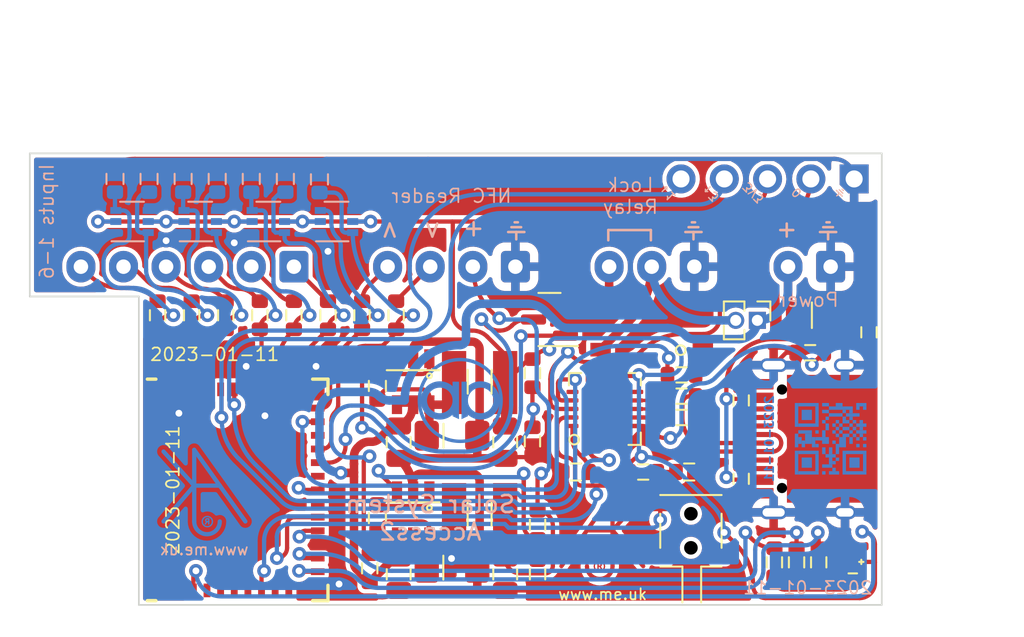
<source format=kicad_pcb>
(kicad_pcb (version 20211014) (generator pcbnew)
  (title_block (title "Access Control") (date "${DATE}") (rev "3") (company "Adrian Kennard Andrews & Arnold Ltd") (comment 1 "toot.me.uk/@RevK") (comment 2 "www.me.uk"))
  (layers (0 "F.Cu" signal) (31 "B.Cu" signal) (34 "B.Paste" user) (35 "F.Paste" user) (36 "B.SilkS" user "B.Silkscreen") (37 "F.SilkS" user "F.Silkscreen") (38 "B.Mask" user) (39 "F.Mask" user) (44 "Edge.Cuts" user))
  (property "DATE" "2023-01-11")
  (net 0 "")
  (net 1 "+3V3")
  (net 2 "VBUS")
  (net 3 "GND")
  (net 4 "RFTX")
  (net 5 "RFRX")
  (net 6 "+5V")
  (net 7 "D-")
  (net 8 "D+")
  (net 9 "OUT1")
  (net 10 "SHDN")
  (net 11 "O")
  (net 12 "I")
  (net 13 "IN1")
  (net 14 "IN2")
  (net 15 "IN3")
  (net 16 "EN")
  (net 17 "+12V")
  (net 18 "Net-(J1-PadA7)")
  (net 19 "Net-(J1-PadA6)")
  (net 21 "Net-(J1-PadA5)")
  (net 22 "Net-(J1-PadB5)")
  (net 24 "Net-(Q1-Pad3)")
  (net 25 "TAMPER")
  (net 26 "IN4")
  (net 27 "IN5")
  (net 28 "IN6")
  (net 29 "Net-(J2-Pad4)")
  (net 30 "Net-(J2-Pad3)")
  (net 31 "Net-(R2-Pad2)")
  (net 32 "Net-(J3-Pad6)")
  (net 33 "Net-(J3-Pad5)")
  (net 34 "Net-(J3-Pad4)")
  (net 35 "Net-(J3-Pad3)")
  (net 36 "Net-(J3-Pad2)")
  (net 37 "Net-(J3-Pad1)")
  (net 38 "BOOT")
  (net 39 "Net-(D5-Pad4)")
  (net 40 "Net-(D5-Pad3)")
  (net 41 "Net-(J6-Pad3)")
  (net 42 "Net-(J6-Pad2)")
  (net 43 "R")
  (net 44 "G")
  (net 45 "B")
  (net 56 "Net-(R16-Pad1)")
  (net 57 "Net-(R21-Pad2)")
  (net 58 "Net-(R22-Pad2)")
  (net 68 "Net-(D5-Pad1)")
  (footprint "RevK:Molex_MiniSPOX_H2RA" (layer "F.Cu") (at 145.75 72.65 180)
    (fp_text reference "J5" hide)
    (fp_text value "POWER")
  )
  (footprint "RevK:Molex_MiniSPOX_H3RA" (layer "F.Cu") (at 136.5 72.65 180)
    (fp_text reference "J6" hide)
    (fp_text value "DOOR")
  )
  (footprint "RevK:Molex_MiniSPOX_H4RA" (layer "F.Cu") (at 124.75 72.65 180)
    (fp_text reference "J2" hide)
    (fp_text value "RFID")
  )
  (footprint "RevK:Molex_MiniSPOX_H6RA" (layer "F.Cu") (at 109.25 72.65 180)
    (fp_text reference "J3" hide)
    (fp_text value "INPUTS")
  )
  (footprint "RevK:R_0603" (layer "F.Cu") (at 138.25 79 180)
    (fp_text reference "R16" hide)
    (fp_text value "1K")
  )
  (footprint "RevK:ESE13" (layer "F.Cu") (at 138.8 88.15 -90)
    (fp_text reference "SW1" hide)
    (fp_text value "ESE13V01D")
  )
  (footprint "RevK:R_0603" (layer "F.Cu") (at 113.5 75.5 -90)
    (fp_text reference "R10" hide)
    (fp_text value "100R")
  )
  (footprint "RevK:R_0603" (layer "F.Cu") (at 143.7 90 90)
    (fp_text reference "R18" hide)
    (fp_text value "1K")
  )
  (footprint "RevK:R_0603" (layer "F.Cu") (at 129.5 82.9 90)
    (fp_text reference "R24" hide)
    (fp_text value "30k 1%")
  )
  (footprint "RevK:MHS190RGBCT" (layer "F.Cu") (at 148.3 90.2 -90)
    (fp_text reference "D5" hide)
    (fp_text value "LED_BARG" hide)
  )
  (footprint "RevK:USC16-TR" (layer "F.Cu") (at 145.535 82.75 90)
    (fp_text reference "J1" hide)
    (fp_text value "USB-C")
  )
  (footprint "RevK:R_0603" (layer "F.Cu") (at 129.8 90.7 90)
    (fp_text reference "R23" hide)
    (fp_text value "18k 1%")
  )
  (footprint "RevK:SOT-23-Thin-6-Reg" (layer "F.Cu") (at 122.5 79.4)
    (fp_text reference "U5" hide)
    (fp_text value "LMR16006XDDCR")
  )
  (footprint "RevK:R_0603" (layer "F.Cu") (at 149.25 76.5 -90)
    (fp_text reference "R2" hide)
    (fp_text value "4k7")
  )
  (footprint "RevK:ESP32-PICO-MINI-02" (layer "F.Cu") (at 112 85.75 90)
    (fp_text reference "U1" hide)
    (fp_text value "ESP32-PICO-MINI-02")
  )
  (footprint "RevK:R_0603" (layer "F.Cu") (at 117.5 75.5 -90)
    (fp_text reference "R8" hide)
    (fp_text value "100R")
  )
  (footprint "RevK:L_4x4_" (layer "F.Cu") (at 126.4 79.4)
    (fp_text reference "L2" hide)
    (fp_text value "6.8uH")
  )
  (footprint "RevK:C_0805_" (layer "F.Cu") (at 127.9 90.7 90)
    (fp_text reference "C11" hide)
    (fp_text value "10uF")
  )
  (footprint "RevK:D_1206_" (layer "F.Cu") (at 124.78 82.57)
    (fp_text reference "D7" hide)
    (fp_text value "Schottky")
  )
  (footprint "RevK:C_0603_" (layer "F.Cu") (at 120.4 87.4 90)
    (fp_text reference "C9" hide)
    (fp_text value "100nF")
  )
  (footprint "RevK:D_1206_" (layer "F.Cu") (at 124.77 90.31)
    (fp_text reference "D6" hide)
    (fp_text value "Schottky")
  )
  (footprint "RevK:C_0603" (layer "F.Cu") (at 138.7 84.7 180)
    (fp_text reference "C15" hide)
    (fp_text value "10nF")
  )
  (footprint "RevK:C_0805_" (layer "F.Cu") (at 121.65 90.7 90)
    (fp_text reference "C10" hide)
    (fp_text value "2.2uF")
  )
  (footprint "RevK:C_0805_" (layer "F.Cu") (at 127.9 82.95 90)
    (fp_text reference "C14" hide)
    (fp_text value "10uF")
  )
  (footprint "RevK:R_0603" (layer "F.Cu") (at 119.95 90.35 -90)
    (fp_text reference "R20" hide)
    (fp_text value "100K")
  )
  (footprint "RevK:R_0603" (layer "F.Cu") (at 138.25 81.5)
    (fp_text reference "R15" hide)
    (fp_text value "27R")
  )
  (footprint "RevK:R_0603" (layer "F.Cu") (at 115.5 75.5 -90)
    (fp_text reference "R9" hide)
    (fp_text value "100R")
  )
  (footprint "Connector_PinHeader_1.27mm:PinHeader_1x02_P1.27mm_Vertical" (layer "F.Cu") (at 142.7 75.8 -90)
    (fp_text reference "JP1" hide)
    (fp_text value "12V")
  )
  (footprint "RevK:R_0603" (layer "F.Cu") (at 129.5 78.9 -90)
    (fp_text reference "R22" hide)
    (fp_text value "100k 1%")
  )
  (footprint "RevK:R_0603" (layer "F.Cu") (at 146.3 90 90)
    (fp_text reference "R17" hide)
    (fp_text value "300R")
  )
  (footprint "RevK:AJK" (layer "F.Cu") (at 134.2 88.125)
    (fp_text reference "Logo1" hide)
    (fp_text value "AJK" hide)
  )
  (footprint "RevK:R_0603" (layer "F.Cu") (at 141.75 80.5 -90)
    (fp_text reference "R5" hide)
    (fp_text value "5K1")
  )
  (footprint "RevK:R_0603" (layer "F.Cu") (at 109.5 75.5 -90)
    (fp_text reference "R12" hide)
    (fp_text value "100R")
  )
  (footprint "RevK:R_0603" (layer "F.Cu") (at 136 84.7)
    (fp_text reference "R1" hide)
    (fp_text value "10k")
  )
  (footprint "RevK:R_0603" (layer "F.Cu") (at 129.8 87.8 -90)
    (fp_text reference "R21" hide)
    (fp_text value "100k 1%")
  )
  (footprint "RevK:C_0805_" (layer "F.Cu") (at 121.65 82.95 90)
    (fp_text reference "C13" hide)
    (fp_text value "2.2uF")
  )
  (footprint "RevK:L_4x4_" (layer "F.Cu") (at 126.4 87.15)
    (fp_text reference "L1" hide)
    (fp_text value "6.8uH")
  )
  (footprint "RevK:R_0603" (layer "F.Cu") (at 141.75 85.1 -90)
    (fp_text reference "R4" hide)
    (fp_text value "5K1")
  )
  (footprint "RevK:R_0603" (layer "F.Cu") (at 121.5 75.5 -90)
    (fp_text reference "R6" hide)
    (fp_text value "100R")
  )
  (footprint "RevK:Special-SOP-4-3.7x4.55" (layer "F.Cu") (at 136.5 76.25 90)
    (fp_text reference "U3" hide)
    (fp_text value "G3VM-41GR8")
  )
  (footprint "Package_TO_SOT_SMD:SOT-23" (layer "F.Cu") (at 130.5 75.75 180)
    (fp_text reference "Q1" hide)
    (fp_text value "NX7002AK")
  )
  (footprint "RevK:QFN-20-1EP_4x4mm_P0.5mm_EP2.5x2.5mm" (layer "F.Cu") (at 133.75 81 90)
    (fp_text reference "U2" hide)
    (fp_text value "FT231XQ")
  )
  (footprint "RevK:R_0603" (layer "F.Cu") (at 145.8 77.7 180)
    (fp_text reference "R3" hide)
    (fp_text value "10k")
  )
  (footprint "RevK:D_1206" (layer "F.Cu") (at 146.4 75.5)
    (fp_text reference "D8" hide)
    (fp_text value "D")
  )
  (footprint "RevK:R_0603" (layer "F.Cu") (at 119.5 75.5 -90)
    (fp_text reference "R7" hide)
    (fp_text value "100R")
  )
  (footprint "RevK:SOT-23-Thin-6-Reg" (layer "F.Cu") (at 122.5 87.15)
    (fp_text reference "U4" hide)
    (fp_text value "LMR16006XDDCR")
  )
  (footprint "RevK:R_0603" (layer "F.Cu") (at 111.5 75.5 -90)
    (fp_text reference "R11" hide)
    (fp_text value "100R")
  )
  (footprint "RevK:C_0603" (layer "F.Cu") (at 132.05 84.7 180)
    (fp_text reference "C1" hide)
    (fp_text value "0.1uF")
  )
  (footprint "RevK:R_0603" (layer "F.Cu") (at 107.5 75.5 -90)
    (fp_text reference "R13" hide)
    (fp_text value "100R")
  )
  (footprint "RevK:C_0603_" (layer "F.Cu") (at 120.4 79.65 90)
    (fp_text reference "C12" hide)
    (fp_text value "100nF")
  )
  (footprint "RevK:R_0603" (layer "F.Cu") (at 138.25 80.25)
    (fp_text reference "R14" hide)
    (fp_text value "27R")
  )
  (footprint "RevK:R_0603" (layer "F.Cu") (at 145 90 90)
    (fp_text reference "R19" hide)
    (fp_text value "100R")
  )
  (footprint "RevK:C_0603" (layer "B.Cu") (at 115 67.5 90)
    (fp_text reference "C3" hide)
    (fp_text value "33pF")
  )
  (footprint "RevK:C_0603" (layer "B.Cu") (at 111 67.5 90)
    (fp_text reference "C5" hide)
    (fp_text value "33pF")
  )
  (footprint "RevK:C_0603" (layer "B.Cu") (at 107 67.5 90)
    (fp_text reference "C7" hide)
    (fp_text value "33pF")
  )
  (footprint "Package_TO_SOT_SMD:SOT-363_SC-70-6" (layer "B.Cu") (at 118 70)
    (fp_text reference "D1" hide)
    (fp_text value "BAV99S")
  )
  (footprint "Package_TO_SOT_SMD:SOT-363_SC-70-6" (layer "B.Cu") (at 106 70)
    (fp_text reference "D4" hide)
    (fp_text value "BAV99S")
  )
  (footprint "RevK:AA" (layer "B.Cu") (at 125.2625 80.5 180)
    (fp_text reference "U6" hide)
    (fp_text value "AA" hide)
  )
  (footprint "RevK:QR-SS" (layer "B.Cu") (at 147 82.75 90)
    (fp_text reference "U7" hide)
    (fp_text value "QR" hide)
  )
  (footprint "RevK:Shelly" (layer "B.Cu") (at 143.3 67.5)
    (fp_text reference "J4" hide)
    (fp_text value "Shelly" hide)
  )
  (footprint "RevK:C_0603" (layer "B.Cu") (at 117 67.525 90)
    (fp_text reference "C2" hide)
    (fp_text value "33pF")
  )
  (footprint "Package_TO_SOT_SMD:SOT-363_SC-70-6" (layer "B.Cu") (at 110 70)
    (fp_text reference "D3" hide)
    (fp_text value "BAV99S")
  )
  (footprint "RevK:C_0603" (layer "B.Cu") (at 105 67.5 90)
    (fp_text reference "C8" hide)
    (fp_text value "33pF")
  )
  (footprint "RevK:AJK" (layer "B.Cu") (at 109.65 85.5 180)
    (fp_text reference "AJK1" hide)
    (fp_text value "AJK" hide)
  )
  (footprint "RevK:C_0603" (layer "B.Cu") (at 109 67.5 90)
    (fp_text reference "C6" hide)
    (fp_text value "33pF")
  )
  (footprint "Package_TO_SOT_SMD:SOT-363_SC-70-6" (layer "B.Cu") (at 114 70)
    (fp_text reference "D2" hide)
    (fp_text value "BAV99S")
  )
  (footprint "RevK:C_0603" (layer "B.Cu") (at 113 67.5 90)
    (fp_text reference "C4" hide)
    (fp_text value "33pF")
  )
  (gr_line (start 136.45 71.1) (end 136.45 70.5) (layer "B.SilkS") (width 0.15))
  (gr_line (start 133.95 70.5) (end 136.45 70.5) (layer "B.SilkS") (width 0.15))
  (gr_line (start 133.95 70.5) (end 133.95 71.1) (layer "B.SilkS") (width 0.15))
  (gr_line (start 100 66) (end 150 66) (layer "Edge.Cuts") (width 0.1))
  (gr_line (start 106.4 74.4) (end 106.4 92.5) (layer "Edge.Cuts") (width 0.1))
  (gr_line (start 100 74.4) (end 106.4 74.4) (layer "Edge.Cuts") (width 0.1))
  (gr_line (start 106.4 92.5) (end 150 92.5) (layer "Edge.Cuts") (width 0.1))
  (gr_line (start 150 66) (end 150 92.5) (layer "Edge.Cuts") (width 0.1))
  (gr_line (start 100 66) (end 100 74.4) (layer "Edge.Cuts") (width 0.1))
  (gr_text "⏚" (at 128.55 70.5 180) (layer "B.SilkS") (effects (font (size 1 1)) (justify mirror)))
  (gr_text "⏚" (at 146.85 70.5 180) (layer "B.SilkS") (effects (font (size 1 1)) (justify mirror)))
  (gr_text "+" (at 144.35 70.5 90) (layer "B.SilkS") (effects (font (size 1 1)) (justify mirror)))
  (gr_text ">" (at 123.55 70.5 90) (layer "B.SilkS") (effects (font (size 1 1)) (justify mirror)))
  (gr_text "+" (at 126.05 70.5 180) (layer "B.SilkS") (effects (font (size 1 1)) (justify mirror)))
  (gr_text "⏚" (at 138.95 70.5 180) (layer "B.SilkS") (effects (font (size 1 1)) (justify mirror)))
  (gr_text "<" (at 121.05 70.5 90) (layer "B.SilkS") (effects (font (size 1 1)) (justify mirror)))
  (gr_text "NFC Reader" (at 124.75 68.5) (layer "B.SilkS") (effects (font (size 0.8 0.8) (thickness 0.1)) (justify mirror)))
  (gr_text "Lock\nRelay" (at 135.25 68.5) (layer "B.SilkS") (effects (font (size 0.8 0.8) (thickness 0.1)) (justify mirror)))
  (gr_text "Power" (at 145.7 74.6) (layer "B.SilkS") (effects (font (size 0.8 0.8) (thickness 0.1)) (justify mirror)))
  (gr_text "Solar System\nAccess2" (at 123.5 87.4) (layer "B.SilkS") (effects (font (size 1 1)) (justify mirror)))
  (gr_text "Inputs 1-6" (at 101 70 90) (layer "B.SilkS") (effects (font (size 0.8 0.8) (thickness 0.1)) (justify mirror)))
  (gr_text "${DATE}" (at 149.5 91.5) (layer "B.SilkS") (effects (font (size 0.75 0.75) (thickness 0.1)) (justify left mirror)))
  (gr_text "${DATE}" (at 107 77.8) (layer "F.SilkS") (effects (font (size 0.75 0.75) (thickness 0.1)) (justify left)))
  (segment (start 134.25 79.1) (end 134.75 79.1) (width 0.25) (layer "F.Cu") (net 1))
  (segment (start 129.761331 77.813668) (end 129.5 78.075) (width 0.25) (layer "F.Cu") (net 1))
  (segment (start 143.183217 92.1) (end 148.7 92.1) (width 0.25) (layer "F.Cu") (net 1))
  (segment (start 108 70) (end 112 70) (width 0.25) (layer "F.Cu") (net 1))
  (segment (start 127.9 79.45) (end 127.9 77.810304) (width 0.25) (layer "F.Cu") (net 1))
  (segment (start 120 70) (end 116 70) (width 0.25) (layer "F.Cu") (net 1))
  (segment (start 129.275 78.075) (end 127.9 79.45) (width 0.25) (layer "F.Cu") (net 1))
  (segment (start 129.5 78.075) (end 129.275 78.075) (width 0.25) (layer "F.Cu") (net 1))
  (segment (start 135.175 84.7) (end 135.175 84.525) (width 0.25) (layer "F.Cu") (net 1))
  (segment (start 112 70) (end 116 70) (width 0.25) (layer "F.Cu") (net 1))
  (segment (start 109.6 91.65) (end 109.6 90.65) (width 0.25) (layer "F.Cu") (net 1))
  (segment (start 149.6 90) (end 149.6 88.95) (width 0.25) (layer "F.Cu") (net 1))
  (segment (start 125.978047 76.4) (end 125.8 76.4) (width 0.25) (layer "F.Cu") (net 1))
  (segment (start 131.85 82.755026) (end 131.85 82) (width 0.25) (layer "F.Cu") (net 1))
  (segment (start 140.8 70) (end 124.8 70) (width 0.25) (layer "F.Cu") (net 1))
  (segment (start 149.6 91.2) (end 149.6 90) (width 0.25) (layer "F.Cu") (net 1))
  (segment (start 127.9 77.810304) (end 126.851485 76.76179) (width 0.25) (layer "F.Cu") (net 1))
  (segment (start 124.82548 75.42548) (end 124.82548 70.02548) (width 0.25) (layer "F.Cu") (net 1))
  (segment (start 104 70) (end 108 70) (width 0.25) (layer "F.Cu") (net 1))
  (segment (start 133.175 85.05) (end 134.825 85.05) (width 0.25) (layer "F.Cu") (net 1))
  (segment (start 134.75 79.0625) (end 135.599112 79.0625) (width 0.25) (layer "F.Cu") (net 1))
  (segment (start 132.489124 83.889125) (end 132.2 83.6) (width 0.25) (layer "F.Cu") (net 1))
  (segment (start 124.8 70) (end 120 70) (width 0.25) (layer "F.Cu") (net 1))
  (segment (start 141.448663 88.948663) (end 140.75 88.25) (width 0.25) (layer "F.Cu") (net 1))
  (segment (start 148.3 89.975) (end 149.575 89.975) (width 0.25) (layer "F.Cu") (net 1))
  (segment (start 135.75 79) (end 135.75 79.849112) (width 0.25) (layer "F.Cu") (net 1))
  (via (at 109.75 90.5) (size 0.8) (drill 0.4) (layers "F.Cu" "B.Cu") (net 1))
  (via (at 140.75 88.25) (size 0.8) (drill 0.4) (layers "F.Cu" "B.Cu") (net 1))
  (via (at 148.85 88.2) (size 0.8) (drill 0.4) (layers "F.Cu" "B.Cu") (net 1))
  (via (at 130.494662 77.509913) (size 0.8) (drill 0.4) (layers "F.Cu" "B.Cu") (net 1))
  (via (at 120 70) (size 0.8) (drill 0.4) (layers "F.Cu" "B.Cu") (net 1))
  (via (at 116 70) (size 0.8) (drill 0.4) (layers "F.Cu" "B.Cu") (net 1))
  (via (at 108 70) (size 0.8) (drill 0.4) (layers "F.Cu" "B.Cu") (net 1))
  (via (at 112 70) (size 0.8) (drill 0.4) (layers "F.Cu" "B.Cu") (net 1))
  (via (at 135.75 79) (size 0.8) (drill 0.4) (layers "F.Cu" "B.Cu") (net 1))
  (via (at 135.9 83.8) (size 0.8) (drill 0.4) (layers "F.Cu" "B.Cu") (net 1))
  (via (at 104 70) (size 0.8) (drill 0.4) (layers "F.Cu" "B.Cu") (net 1))
  (arc (start 132.825 84.7) (mid 132.927513 84.947487) (end 133.175 85.05) (width 0.25) (layer "F.Cu") (net 1))
  (arc (start 143.3 67.5) (mid 142.567767 69.267767) (end 140.8 70) (width 0.25) (layer "F.Cu") (net 1))
  (arc (start 126.851485 76.76179) (mid 126.450749 76.494026) (end 125.978047 76.4) (width 0.25) (layer "F.Cu") (net 1))
  (arc (start 134.825 85.05) (mid 135.072487 84.947487) (end 135.175 84.7) (width 0.25) (layer "F.Cu") (net 1))
  (arc (start 109.6 90.65) (mid 109.643934 90.543934) (end 109.75 90.5) (width 0.25) (layer "F.Cu") (net 1))
  (arc (start 132.825 84.7) (mid 132.737709 84.261157) (end 132.489124 83.889125) (width 0.25) (layer "F.Cu") (net 1))
  (arc (start 149.6 88.95) (mid 149.38033 88.41967) (end 148.85 88.2) (width 0.25) (layer "F.Cu") (net 1))
  (arc (start 142.45048 91.367263) (mid 142.190116 90.058326) (end 141.448663 88.948663) (width 0.25) (layer "F.Cu") (net 1))
  (arc (start 135.75 79.849112) (mid 135.733756 79.930772) (end 135.6875 80) (width 0.25) (layer "F.Cu") (net 1))
  (arc (start 148.7 92.1) (mid 149.336396 91.836396) (end 149.6 91.2) (width 0.25) (layer "F.Cu") (net 1))
  (arc (start 142.45048 91.367263) (mid 142.665094 91.885386) (end 143.183217 92.1) (width 0.25) (layer "F.Cu") (net 1))
  (arc (start 135.599112 79.0625) (mid 135.680772 79.046256) (end 135.75 79) (width 0.25) (layer "F.Cu") (net 1))
  (arc (start 130.494662 77.509913) (mid 130.097786 77.588856) (end 129.761331 77.813668) (width 0.25) (layer "F.Cu") (net 1))
  (arc (start 135.175 84.525) (mid 135.387348 84.012348) (end 135.9 83.8) (width 0.25) (layer "F.Cu") (net 1))
  (arc (start 125.8 76.4) (mid 125.11091 76.11457) (end 124.82548 75.42548) (width 0.25) (layer "F.Cu") (net 1))
  (arc (start 149.575 89.975) (mid 149.592678 89.982322) (end 149.6 90) (width 0.25) (layer "F.Cu") (net 1))
  (arc (start 132.2 83.6) (mid 131.940962 83.212323) (end 131.85 82.755026) (width 0.25) (layer "F.Cu") (net 1))
  (arc (start 124.82548 70.02548) (mid 124.818017 70.007463) (end 124.8 70) (width 0.25) (layer "F.Cu") (net 1))
  (segment (start 138.119239 84.719239) (end 140.113604 86.713604) (width 0.25) (layer "B.Cu") (net 1))
  (segment (start 118.95 70) (end 120 70) (width 0.25) (layer "B.Cu") (net 1))
  (segment (start 148.85 88.2) (end 148.95 88.2) (width 0.25) (layer "B.Cu") (net 1))
  (segment (start 130.900497 76.849503) (end 137.049503 76.849503) (width 0.25) (layer "B.Cu") (net 1))
  (segment (start 106.95 70) (end 108 70) (width 0.25) (layer "B.Cu") (net 1))
  (segment (start 114.95 70) (end 116 70) (width 0.25) (layer "B.Cu") (net 1))
  (segment (start 110.95 70) (end 112 70) (width 0.25) (layer "B.Cu") (net 1))
  (segment (start 105.05 70) (end 104 70) (width 0.25) (layer "B.Cu") (net 1))
  (segment (start 137.5 79) (end 135.75 79) (width 0.25) (layer "B.Cu") (net 1))
  (segment (start 130.494662 77.509913) (end 130.494662 77.255338) (width 0.25) (layer "B.Cu") (net 1))
  (segment (start 149.5 88.75) (end 149.5 91) (width 0.25) (layer "B.Cu") (net 1))
  (segment (start 138.248035 78.048035) (end 138.248035 78.251965) (width 0.25) (layer "B.Cu") (net 1))
  (segment (start 111.25 92) (end 148.5 92) (width 0.25) (layer "B.Cu") (net 1))
  (segment (start 116 70) (end 117.05 70) (width 0.25) (layer "B.Cu") (net 1))
  (segment (start 112 70) (end 113.05 70) (width 0.25) (layer "B.Cu") (net 1))
  (segment (start 135.75 79) (end 135.75 83.65) (width 0.25) (layer "B.Cu") (net 1))
  (segment (start 108 70) (end 109.05 70) (width 0.25) (layer "B.Cu") (net 1))
  (arc (start 138.248035 78.251965) (mid 138.028941 78.780906) (end 137.5 79) (width 0.25) (layer "B.Cu") (net 1))
  (arc (start 137.049503 76.849503) (mid 137.896993 77.200545) (end 138.248035 78.048035) (width 0.25) (layer "B.Cu") (net 1))
  (arc (start 140.75 88.25) (mid 140.584606 87.418508) (end 140.113604 86.713604) (width 0.25) (layer "B.Cu") (net 1))
  (arc (start 135.9 83.8) (mid 137.101044 84.038902) (end 138.119239 84.719239) (width 0.25) (layer "B.Cu") (net 1))
  (arc (start 109.75 90.5) (mid 110.18934 91.56066) (end 111.25 92) (width 0.25) (layer "B.Cu") (net 1))
  (arc (start 130.494662 77.255338) (mid 130.613528 76.968369) (end 130.900497 76.849503) (width 0.25) (layer "B.Cu") (net 1))
  (arc (start 135.75 83.65) (mid 135.793934 83.756066) (end 135.9 83.8) (width 0.25) (layer "B.Cu") (net 1))
  (arc (start 149.5 91) (mid 149.207107 91.707107) (end 148.5 92) (width 0.25) (layer "B.Cu") (net 1))
  (arc (start 148.95 88.2) (mid 149.338909 88.361091) (end 149.5 88.75) (width 0.25) (layer "B.Cu") (net 1))
  (segment (start 147.7375 75.5) (end 149.075 75.5) (width 0.25) (layer "F.Cu") (net 2))
  (segment (start 140.879179 80.408103) (end 140.879179 79.620821) (width 0.25) (layer "F.Cu") (net 2))
  (segment (start 149.075 75.5) (end 149.25 75.675) (width 0.25) (layer "F.Cu") (net 2))
  (segment (start 143.075 80.35) (end 143.02548 80.39952) (width 0.25) (layer "F.Cu") (net 2))
  (segment (start 143.075 85.15) (end 141.021076 85.15) (width 0.25) (layer "F.Cu") (net 2))
  (segment (start 141.021076 85.15) (end 140.879179 85.008103) (width 0.25) (layer "F.Cu") (net 2))
  (segment (start 146.48702 76.90048) (end 143.59952 76.90048) (width 0.25) (layer "F.Cu") (net 2))
  (segment (start 140.879179 80.408103) (end 143.016897 80.408103) (width 0.25) (layer "F.Cu") (net 2))
  (via (at 140.879179 85.008103) (size 0.8) (drill 0.4) (layers "F.Cu" "B.Cu") (net 2))
  (via (at 140.879179 80.408103) (size 0.8) (drill 0.4) (layers "F.Cu" "B.Cu") (net 2))
  (arc (start 140.879179 79.620821) (mid 141.675948 77.697249) (end 143.59952 76.90048) (width 0.25) (layer "F.Cu") (net 2))
  (arc (start 147.8875 75.5) (mid 147.477309 76.490289) (end 146.48702 76.90048) (width 0.25) (layer "F.Cu") (net 2))
  (arc (start 143.016897 80.408103) (mid 143.057982 80.391085) (end 143.075 80.35) (width 0.25) (layer "F.Cu") (net 2))
  (segment (start 140.879179 85.008103) (end 140.879179 80.408103) (width 0.25) (layer "B.Cu") (net 2))
  (segment (start 144.975 77.7) (end 144.385 77.7) (width 0.25) (layer "F.Cu") (net 3))
  (segment (start 135.65 82) (end 134.75 82) (width 0.25) (layer "F.Cu") (net 3))
  (segment (start 117.794974 92.05) (end 120.684315 92.05) (width 0.25) (layer "F.Cu") (net 3))
  (segment (start 121.65 83.9) (end 121.757538 84.007538) (width 0.5) (layer "F.Cu") (net 3))
  (segment (start 127.9 91.65) (end 129.425 91.65) (width 0.25) (layer "F.Cu") (net 3))
  (segment (start 144.385 77.7) (end 143.655 78.43) (width 0.25) (layer "F.Cu") (net 3))
  (segment (start 126.2625 90.32) (end 124.893033 90.32) (width 0.5) (layer "F.Cu") (net 3))
  (segment (start 134.25 82.9) (end 134.25 81.5) (width 0.25) (layer "F.Cu") (net 3))
  (segment (start 133.25 81.5) (end 133.75 81) (width 0.25) (layer "F.Cu") (net 3))
  (segment (start 129.5 83.825) (end 127.975 83.825) (width 0.25) (layer "F.Cu") (net 3))
  (segment (start 124.893033 90.32) (end 124.75 90.176967) (width 0.5) (layer "F.Cu") (net 3))
  (segment (start 133.75 81) (end 134.75 82) (width 0.25) (layer "F.Cu") (net 3))
  (segment (start 133.75 82.9) (end 133.75 81) (width 0.25) (layer "F.Cu") (net 3))
  (segment (start 110.05 87.7) (end 110.05 85.75) (width 0.25) (layer "F.Cu") (net 3))
  (segment (start 107.9745 71.1) (end 103.6 71.1) (width 0.25) (layer "F.Cu") (net 3))
  (segment (start 133.25 82.9) (end 133.25 81.5) (width 0.25) (layer "F.Cu") (net 3))
  (segment (start 110.05 87.7) (end 112 87.7) (width 0.25) (layer "F.Cu") (net 3))
  (segment (start 106.174511 66.325489) (end 147.205489 66.325489) (width 0.25) (layer "F.Cu") (net 3))
  (segment (start 133.75 79.1) (end 133.75 81) (width 0.25) (layer "F.Cu") (net 3))
  (segment (start 131.036396 84.461396) (end 131.275 84.7) (width 0.25) (layer "F.Cu") (net 3))
  (segment (start 134.75 82.9) (end 134.75 82) (width 0.25) (layer "F.Cu") (net 3))
  (via (at 108.75 81.25) (size 0.8) (drill 0.4) (layers "F.Cu" "B.Cu") (net 3))
  (via (at 117.5 71.75) (size 0.8) (drill 0.4) (layers "F.Cu" "B.Cu") (net 3))
  (via (at 113.8 81.4) (size 0.8) (drill 0.4) (layers "F.Cu" "B.Cu") (net 3))
  (via (at 108 71.1255) (size 0.8) (drill 0.4) (layers "F.Cu" "B.Cu") (net 3))
  (via (at 118.15 91.2755) (size 0.8) (drill 0.4) (layers "F.Cu" "B.Cu") (net 3))
  (via (at 116.8 78.5) (size 0.8) (drill 0.4) (layers "F.Cu" "B.Cu") (net 3))
  (via (at 112 71.25) (size 0.8) (drill 0.4) (layers "F.Cu" "B.Cu") (net 3))
  (via (at 112.7 78.5) (size 0.8) (drill 0.4) (layers "F.Cu" "B.Cu") (net 3))
  (via (at 124.75 89.7755) (size 0.8) (drill 0.4) (layers "F.Cu" "B.Cu") (net 3))
  (arc (start 120.684315 92.05) (mid 121.20694 91.946043) (end 121.65 91.65) (width 0.25) (layer "F.Cu") (net 3))
  (arc (start 127.975 83.825) (mid 127.921967 83.846967) (end 127.9 83.9) (width 0.25) (layer "F.Cu") (net 3))
  (arc (start 102.5 70) (mid 103.576239 67.401728) (end 106.174511 66.325489) (width 0.25) (layer "F.Cu") (net 3))
  (arc (start 147.205489 66.325489) (mid 148.035994 66.669495) (end 148.38 67.5) (width 0.25) (layer "F.Cu") (net 3))
  (arc (start 108 71.1255) (mid 107.992531 71.107469) (end 107.9745 71.1) (width 0.25) (layer "F.Cu") (net 3))
  (arc (start 116.95 91.7) (mid 117.337677 91.959038) (end 117.794974 92.05) (width 0.25) (layer "F.Cu") (net 3))
  (arc (start 103.6 71.1) (mid 102.822183 70.777817) (end 102.5 70) (width 0.25) (layer "F.Cu") (net 3))
  (arc (start 121.757538 84.007538) (mid 122.30704 84.829927) (end 122.5 85.8) (width 0.5) (layer "F.Cu") (net 3))
  (arc (start 129.5 83.825) (mid 130.331492 83.990394) (end 131.036396 84.461396) (width 0.25) (layer "F.Cu") (net 3))
  (segment (start 115.79952 68.727618) (end 115.79952 67.95048) (width 0.25) (layer "B.Cu") (net 3))
  (segment (start 123.374511 66.325489) (end 147.205489 66.325489) (width 0.25) (layer "B.Cu") (net 3))
  (segment (start 114.95 69.35) (end 115.177138 69.35) (width 0.25) (layer "B.Cu") (net 3))
  (segment (start 123.374511 66.325489) (end 117.424511 66.325489) (width 0.25) (layer "B.Cu") (net 3))
  (arc (start 115.177138 69.35) (mid 115.617229 69.167709) (end 115.79952 68.727618) (width 0.25) (layer "B.Cu") (net 3))
  (arc (start 147.205489 66.325489) (mid 148.035994 66.669495) (end 148.38 67.5) (width 0.25) (layer "B.Cu") (net 3))
  (arc (start 117.424511 66.325489) (mid 117.124336 66.449825) (end 117 66.75) (width 0.25) (layer "B.Cu") (net 3))
  (arc (start 115.79952 67.95048) (mid 116.151132 67.101612) (end 117 66.75) (width 0.25) (layer "B.Cu") (net 3))
  (segment (start 119.5 76.325) (end 118.384651 77.440349) (width 0.25) (layer "F.Cu") (net 4))
  (segment (start 120.4255 75.5) (end 120.325 75.5) (width 0.25) (layer "F.Cu") (net 4))
  (segment (start 117.1 80.95) (end 116.9 80.95) (width 0.25) (layer "F.Cu") (net 4))
  (segment (start 117.624511 79.275489) (end 117.624511 80.425489) (width 0.25) (layer "F.Cu") (net 4))
  (via (at 120.4255 75.5) (size 0.8) (drill 0.4) (layers "F.Cu" "B.Cu") (net 4))
  (arc (start 120.325 75.5) (mid 119.741637 75.741637) (end 119.5 76.325) (width 0.25) (layer "F.Cu") (net 4))
  (arc (start 118.384651 77.440349) (mid 117.822065 78.282318) (end 117.624511 79.275489) (width 0.25) (layer "F.Cu") (net 4))
  (arc (start 117.624511 80.425489) (mid 117.470885 80.796374) (end 117.1 80.95) (width 0.25) (layer "F.Cu") (net 4))
  (segment (start 117.05 69.35) (end 117.35 69.35) (width 0.25) (layer "B.Cu") (net 4))
  (segment (start 117.700859 69.700859) (end 117.700859 70.099141) (width 0.25) (layer "B.Cu") (net 4))
  (segment (start 118.25 71.75) (end 118.25 71.424884) (width 0.25) (layer "B.Cu") (net 4))
  (segment (start 119.36334 74.437839) (end 120.4255 75.5) (width 0.25) (layer "B.Cu") (net 4))
  (arc (start 118.25 71.75) (mid 118.539348 73.204648) (end 119.36334 74.437839) (width 0.25) (layer "B.Cu") (net 4))
  (arc (start 118.25 71.424884) (mid 118.199484 71.170924) (end 118.055627 70.955627) (width 0.25) (layer "B.Cu") (net 4))
  (arc (start 117.700859 70.099141) (mid 117.79306 70.562668) (end 118.055627 70.955627) (width 0.25) (layer "B.Cu") (net 4))
  (arc (start 117.35 69.35) (mid 117.598095 69.452764) (end 117.700859 69.700859) (width 0.25) (layer "B.Cu") (net 4))
  (segment (start 117.15 83.35) (end 116.9 83.35) (width 0.25) (layer "F.Cu") (net 5))
  (segment (start 117.7 81.682842) (end 117.7 82.8) (width 0.25) (layer "F.Cu") (net 5))
  (segment (start 120.558579 77.3) (end 119.7 77.3) (width 0.25) (layer "F.Cu") (net 5))
  (segment (start 118.1 79.248528) (end 118.1 80.717158) (width 0.25) (layer "F.Cu") (net 5))
  (segment (start 122.5 75.5) (end 122.325 75.5) (width 0.25) (layer "F.Cu") (net 5))
  (segment (start 121.376256 76.623743) (end 120.8 77.2) (width 0.25) (layer "F.Cu") (net 5))
  (segment (start 118.846446 77.653553) (end 118.7 77.8) (width 0.25) (layer "F.Cu") (net 5))
  (via (at 122.5 75.5) (size 0.8) (drill 0.4) (layers "F.Cu" "B.Cu") (net 5))
  (arc (start 122.325 75.5) (mid 121.741637 75.741637) (end 121.5 76.325) (width 0.25) (layer "F.Cu") (net 5))
  (arc (start 119.7 77.3) (mid 119.23806 77.391886) (end 118.846446 77.653553) (width 0.25) (layer "F.Cu") (net 5))
  (arc (start 121.5 76.325) (mid 121.46784 76.486679) (end 121.376256 76.623743) (width 0.25) (layer "F.Cu") (net 5))
  (arc (start 117.9 81.2) (mid 117.751978 81.421529) (end 117.7 81.682842) (width 0.25) (layer "F.Cu") (net 5))
  (arc (start 117.7 82.8) (mid 117.538909 83.188909) (end 117.15 83.35) (width 0.25) (layer "F.Cu") (net 5))
  (arc (start 118.1 80.717158) (mid 118.048021 80.97847) (end 117.9 81.2) (width 0.25) (layer "F.Cu") (net 5))
  (arc (start 120.8 77.2) (mid 120.689235 77.274011) (end 120.558579 77.3) (width 0.25) (layer "F.Cu") (net 5))
  (arc (start 118.7 77.8) (mid 118.255935 78.46459) (end 118.1 79.248528) (width 0.25) (layer "F.Cu") (net 5))
  (segment (start 118.3 68.8) (end 118.3 69.999022) (width 0.25) (layer "B.Cu") (net 5))
  (segment (start 117 68.3) (end 117.8 68.3) (width 0.25) (layer "B.Cu") (net 5))
  (segment (start 118.95 70.65) (end 118.550978 70.65) (width 0.25) (layer "B.Cu") (net 5))
  (segment (start 120.399569 74.149569) (end 121.219669 74.969669) (width 0.25) (layer "B.Cu") (net 5))
  (segment (start 118.300489 69.999511) (end 118.300489 70.399511) (width 0.25) (layer "B.Cu") (net 5))
  (arc (start 120.399569 74.149569) (mid 119.32673 72.543953) (end 118.95 70.65) (width 0.25) (layer "B.Cu") (net 5))
  (arc (start 121.219669 74.969669) (mid 121.80709 75.362171) (end 122.5 75.5) (width 0.25) (layer "B.Cu") (net 5))
  (arc (start 118.3 69.999022) (mid 118.300143 69.999368) (end 118.300489 69.999511) (width 0.25) (layer "B.Cu") (net 5))
  (arc (start 117.8 68.3) (mid 118.153553 68.446447) (end 118.3 68.8) (width 0.25) (layer "B.Cu") (net 5))
  (arc (start 118.550978 70.65) (mid 118.373856 70.576633) (end 118.300489 70.399511) (width 0.25) (layer "B.Cu") (net 5))
  (segment (start 128.79952 90.64952) (end 130.242263 90.64952) (width 0.25) (layer "F.Cu") (net 6))
  (segment (start 130.7 90.191783) (end 130.7 87.875) (width 0.25) (layer "F.Cu") (net 6))
  (segment (start 129.8 85.000545) (end 129.8 86.975) (width 0.25) (layer "F.Cu") (net 6))
  (segment (start 127.48039 75.6755) (end 127.550135 75.6755) (width 0.25) (layer "F.Cu") (net 6))
  (segment (start 126.96651 75.16162) (end 127.48039 75.6755) (width 0.25) (layer "F.Cu") (net 6))
  (via (at 127.550135 75.6755) (size 0.8) (drill 0.4) (layers "F.Cu" "B.Cu") (net 6))
  (via (at 130.011971 84.788574) (size 0.8) (drill 0.4) (layers "F.Cu" "B.Cu") (net 6))
  (arc (start 127.9 89.75) (mid 128.163463 90.386057) (end 128.79952 90.64952) (width 0.25) (layer "F.Cu") (net 6))
  (arc (start 130.242263 90.64952) (mid 130.565932 90.515452) (end 130.7 90.191783) (width 0.25) (layer "F.Cu") (net 6))
  (arc (start 130.7 87.875) (mid 130.436396 87.238604) (end 129.8 86.975) (width 0.25) (layer "F.Cu") (net 6))
  (arc (start 130.011971 84.788574) (mid 129.862085 84.850659) (end 129.8 85.000545) (width 0.25) (layer "F.Cu") (net 6))
  (arc (start 126 72.65) (mid 126.25045 73.995164) (end 126.96651 75.16162) (width 0.25) (layer "F.Cu") (net 6))
  (segment (start 130.2623 80.4877) (end 130.0123 80.2377) (width 0.25) (layer "B.Cu") (net 6))
  (segment (start 129.084283 75.751965) (end 127.6266 75.751965) (width 0.25) (layer "B.Cu") (net 6))
  (segment (start 129.75 79.604452) (end 129.75 76.5) (width 0.25) (layer "B.Cu") (net 6))
  (segment (start 130.474501 84.326044) (end 130.474501 80.999998) (width 0.25) (layer "B.Cu") (net 6))
  (segment (start 127.6266 75.751965) (end 127.550135 75.6755) (width 0.25) (layer "B.Cu") (net 6))
  (arc (start 130.0123 80.2377) (mid 129.818169 79.947164) (end 129.75 79.604452) (width 0.25) (layer "B.Cu") (net 6))
  (arc (start 129.75 76.5) (mid 129.559232 76.00024) (end 129.084283 75.751965) (width 0.25) (layer "B.Cu") (net 6))
  (arc (start 130.474501 80.999998) (mid 130.419352 80.722744) (end 130.2623 80.4877) (width 0.25) (layer "B.Cu") (net 6))
  (arc (start 130.011971 84.788574) (mid 130.339029 84.653102) (end 130.474501 84.326044) (width 0.25) (layer "B.Cu") (net 6))
  (segment (start 137.175 80.5) (end 137.425 80.25) (width 0.2) (layer "F.Cu") (net 7))
  (segment (start 135.65 80.5) (end 137.175 80.5) (width 0.2) (layer "F.Cu") (net 7))
  (segment (start 135.65 81) (end 136.217894 81) (width 0.2) (layer "F.Cu") (net 8))
  (arc (start 136.217894 81) (mid 136.871175 81.129946) (end 137.425 81.5) (width 0.2) (layer "F.Cu") (net 8))
  (segment (start 115.896396 85.75) (end 115.772874 85.626478) (width 0.25) (layer "F.Cu") (net 9))
  (segment (start 116.9 85.75) (end 115.896396 85.75) (width 0.25) (layer "F.Cu") (net 9))
  (segment (start 137.425 79) (end 137.425 78.181066) (width 0.25) (layer "F.Cu") (net 9))
  (via (at 137.5 78) (size 0.8) (drill 0.4) (layers "F.Cu" "B.Cu") (net 9))
  (via (at 115.772874 85.626478) (size 0.8) (drill 0.4) (layers "F.Cu" "B.Cu") (net 9))
  (arc (start 137.425 78.181066) (mid 137.444492 78.083074) (end 137.5 78) (width 0.25) (layer "F.Cu") (net 9))
  (segment (start 131.5 78.75) (end 131.43996 78.810041) (width 0.25) (layer "B.Cu") (net 9))
  (segment (start 130.825989 86.174011) (end 129.216809 86.174011) (width 0.25) (layer "B.Cu") (net 9))
  (segment (start 129.216797 86.173999) (end 128.842705 86.173999) (width 0.25) (layer "B.Cu") (net 9))
  (segment (start 115.851082 85.704686) (end 115.772874 85.626478) (width 0.25) (layer "B.Cu") (net 9))
  (segment (start 128.842705 86.173999) (end 128.620662 85.951956) (width 0.25) (layer "B.Cu") (net 9))
  (segment (start 131.5 80.603553) (end 131.5 85.5) (width 0.25) (layer "B.Cu") (net 9))
  (segment (start 129.216809 86.174011) (end 129.216797 86.173999) (width 0.25) (layer "B.Cu") (net 9))
  (segment (start 136.8 77.3) (end 134.647056 77.3) (width 0.25) (layer "B.Cu") (net 9))
  (segment (start 128.620662 85.951956) (end 116.448044 85.951956) (width 0.25) (layer "B.Cu") (net 9))
  (segment (start 131.75 78.5) (end 131.5 78.75) (width 0.25) (layer "B.Cu") (net 9))
  (arc (start 131.098531 79.634322) (mid 131.137896 79.832226) (end 131.25 80) (width 0.25) (layer "B.Cu") (net 9))
  (arc (start 116.448044 85.951956) (mid 116.12497 85.887692) (end 115.851082 85.704686) (width 0.25) (layer "B.Cu") (net 9))
  (arc (start 131.5 85.5) (mid 131.302587 85.976598) (end 130.825989 86.174011) (width 0.25) (layer "B.Cu") (net 9))
  (arc (start 131.43996 78.810041) (mid 131.187265 79.188224) (end 131.098531 79.634322) (width 0.25) (layer "B.Cu") (net 9))
  (arc (start 134.647056 77.3) (mid 133.079181 77.61187) (end 131.75 78.5) (width 0.25) (layer "B.Cu") (net 9))
  (arc (start 131.25 80) (mid 131.435027 80.276912) (end 131.5 80.603553) (width 0.25) (layer "B.Cu") (net 9))
  (arc (start 137.5 78) (mid 137.294975 77.505025) (end 136.8 77.3) (width 0.25) (layer "B.Cu") (net 9))
  (segment (start 118.529927 82.779927) (end 118.529927 83.170073) (width 0.25) (layer "F.Cu") (net 10))
  (segment (start 131.4375 76.7) (end 128.849198 76.7) (width 0.25) (layer "F.Cu") (net 10))
  (segment (start 117.55 84.15) (end 116.9 84.15) (width 0.25) (layer "F.Cu") (net 10))
  (segment (start 128.849198 76.7) (end 128.822959 76.726239) (width 0.25) (layer "F.Cu") (net 10))
  (via (at 128.822959 76.726239) (size 0.8) (drill 0.4) (layers "F.Cu" "B.Cu") (net 10))
  (via (at 118.529927 82.779927) (size 0.8) (drill 0.4) (layers "F.Cu" "B.Cu") (net 10))
  (arc (start 118.529927 83.170073) (mid 118.242913 83.862986) (end 117.55 84.15) (width 0.25) (layer "F.Cu") (net 10))
  (segment (start 118.529927 82.270073) (end 118.529927 82.779927) (width 0.25) (layer "B.Cu") (net 10))
  (segment (start 121.4 82.8) (end 120.182843 81.582843) (width 0.25) (layer "B.Cu") (net 10))
  (segment (start 128.822959 76.726239) (end 128.822959 80.927041) (width 0.25) (layer "B.Cu") (net 10))
  (segment (start 125.75 84) (end 124.297056 84) (width 0.25) (layer "B.Cu") (net 10))
  (arc (start 120.182843 81.582843) (mid 119.869552 81.373508) (end 119.5 81.3) (width 0.25) (layer "B.Cu") (net 10))
  (arc (start 128.822959 80.927041) (mid 127.92291 83.099951) (end 125.75 84) (width 0.25) (layer "B.Cu") (net 10))
  (arc (start 124.297056 84) (mid 122.729181 83.68813) (end 121.4 82.8) (width 0.25) (layer "B.Cu") (net 10))
  (arc (start 119.5 81.3) (mid 118.814055 81.584128) (end 118.529927 82.270073) (width 0.25) (layer "B.Cu") (net 10))
  (segment (start 111.25 81.5) (end 111.25 79.9) (width 0.25) (layer "F.Cu") (net 11))
  (segment (start 132.75 83.146447) (end 132.75 82.9375) (width 0.25) (layer "F.Cu") (net 11))
  (segment (start 134 84) (end 133.603553 84) (width 0.25) (layer "F.Cu") (net 11))
  (segment (start 111.25 79.9) (end 111.2 79.85) (width 0.25) (layer "F.Cu") (net 11))
  (via (at 134 84) (size 0.8) (drill 0.4) (layers "F.Cu" "B.Cu") (net 11))
  (via (at 111.25 81.5) (size 0.8) (drill 0.4) (layers "F.Cu" "B.Cu") (net 11))
  (arc (start 133.603553 84) (mid 133.276912 83.935027) (end 133 83.75) (width 0.25) (layer "F.Cu") (net 11))
  (arc (start 133 83.75) (mid 132.814973 83.473088) (end 132.75 83.146447) (width 0.25) (layer "F.Cu") (net 11))
  (segment (start 128.248278 86.85098) (end 128.470331 87.073033) (width 0.25) (layer "B.Cu") (net 11))
  (segment (start 128.470331 87.073033) (end 130.926967 87.073033) (width 0.25) (layer "B.Cu") (net 11))
  (segment (start 111.25 78.35) (end 111.25 81.5) (width 0.25) (layer "B.Cu") (net 11))
  (segment (start 132.5 85.5) (end 132.5 84.7) (width 0.25) (layer "B.Cu") (net 11))
  (segment (start 133.2 84) (end 134 84) (width 0.25) (layer "B.Cu") (net 11))
  (segment (start 137.32 68.4) (end 126.5 68.4) (width 0.25) (layer "B.Cu") (net 11))
  (segment (start 122.865686 74.465686) (end 123.287868 74.887868) (width 0.25) (layer "B.Cu") (net 11))
  (segment (start 115.785811 86.850978) (end 119.669265 86.850977) (width 0.25) (layer "B.Cu") (net 11))
  (segment (start 112.247236 83.907539) (end 114.769848 86.430152) (width 0.25) (layer "B.Cu") (net 11))
  (segment (start 122.5 76.4) (end 113.2 76.4) (width 0.25) (layer "B.Cu") (net 11))
  (segment (start 122.3 72.6) (end 122.3 73.1) (width 0.25) (layer "B.Cu") (net 11))
  (segment (start 119.669265 86.850977) (end 119.669267 86.850979) (width 0.25) (layer "B.Cu") (net 11))
  (segment (start 119.669267 86.850979) (end 128.248278 86.85098) (width 0.25) (layer "B.Cu") (net 11))
  (arc (start 126.5 68.4) (mid 123.530152 69.630152) (end 122.3 72.6) (width 0.25) (layer "B.Cu") (net 11))
  (arc (start 132.5 84.7) (mid 132.705025 84.205025) (end 133.2 84) (width 0.25) (layer "B.Cu") (net 11))
  (arc (start 113.2 76.4) (mid 111.821142 76.971142) (end 111.25 78.35) (width 0.25) (layer "B.Cu") (net 11))
  (arc (start 111.25 81.5) (mid 111.509173 82.802951) (end 112.247236 83.907539) (width 0.25) (layer "B.Cu") (net 11))
  (arc (start 123.287868 74.887868) (mid 123.444869 75.122836) (end 123.5 75.4) (width 0.25) (layer "B.Cu") (net 11))
  (arc (start 123.5 75.4) (mid 123.207107 76.107107) (end 122.5 76.4) (width 0.25) (layer "B.Cu") (net 11))
  (arc (start 138.22 67.5) (mid 137.956396 68.136396) (end 137.32 68.4) (width 0.25) (layer "B.Cu") (net 11))
  (arc (start 114.769848 86.430152) (mid 115.235976 86.741609) (end 115.785811 86.850978) (width 0.25) (layer "B.Cu") (net 11))
  (arc (start 130.926967 87.073033) (mid 132.039269 86.612302) (end 132.5 85.5) (width 0.25) (layer "B.Cu") (net 11))
  (arc (start 122.3 73.1) (mid 122.447017 73.839104) (end 122.865686 74.465686) (width 0.25) (layer "B.Cu") (net 11))
  (segment (start 132.006578 79.268021) (end 131.231979 79.268021) (width 0.25) (layer "F.Cu") (net 12))
  (segment (start 131 79.5) (end 131 80.25) (width 0.25) (layer "F.Cu") (net 12))
  (segment (start 112 80.75) (end 112 79.85) (width 0.25) (layer "F.Cu") (net 12))
  (segment (start 131.25 80.5) (end 131.8125 80.5) (width 0.25) (layer "F.Cu") (net 12))
  (via (at 132.006578 79.268021) (size 0.8) (drill 0.4) (layers "F.Cu" "B.Cu") (net 12))
  (via (at 112 80.75) (size 0.8) (drill 0.4) (layers "F.Cu" "B.Cu") (net 12))
  (arc (start 131.231979 79.268021) (mid 131.067945 79.335966) (end 131 79.5) (width 0.25) (layer "F.Cu") (net 12))
  (arc (start 131 80.25) (mid 131.073223 80.426777) (end 131.25 80.5) (width 0.25) (layer "F.Cu") (net 12))
  (segment (start 124.7 74.8) (end 124.7 72) (width 0.25) (layer "B.Cu") (net 12))
  (segment (start 115.856521 86.401467) (end 119.855458 86.401466) (width 0.25) (layer "B.Cu") (net 12))
  (segment (start 113.3 76.9) (end 122.6 76.9) (width 0.25) (layer "B.Cu") (net 12))
  (segment (start 132.006578 85.493422) (end 132.006578 79.268021) (width 0.25) (layer "B.Cu") (net 12))
  (segment (start 112 80.75) (end 112 81.274228) (width 0.25) (layer "B.Cu") (net 12))
  (segment (start 129.030617 86.623523) (end 130.876477 86.623523) (width 0.25) (layer "B.Cu") (net 12))
  (segment (start 113.2377 84.2623) (end 115.0377 86.0623) (width 0.25) (layer "B.Cu") (net 12))
  (segment (start 128.434471 86.401469) (end 128.656512 86.62351) (width 0.25) (layer "B.Cu") (net 12))
  (segment (start 111.7 80.45) (end 111.7 78.5) (width 0.25) (layer "B.Cu") (net 12))
  (segment (start 129.030604 86.62351) (end 129.030617 86.623523) (width 0.25) (layer "B.Cu") (net 12))
  (segment (start 127.7 69) (end 139.26 69) (width 0.25) (layer "B.Cu") (net 12))
  (segment (start 119.855458 86.401466) (end 128.434471 86.401469) (width 0.25) (layer "B.Cu") (net 12))
  (segment (start 128.656512 86.62351) (end 129.030604 86.62351) (width 0.25) (layer "B.Cu") (net 12))
  (arc (start 130.876477 86.623523) (mid 131.675579 86.292524) (end 132.006578 85.493422) (width 0.25) (layer "B.Cu") (net 12))
  (arc (start 111.7 78.5) (mid 112.168629 77.368629) (end 113.3 76.9) (width 0.25) (layer "B.Cu") (net 12))
  (arc (start 112 80.75) (mid 111.787868 80.662132) (end 111.7 80.45) (width 0.25) (layer "B.Cu") (net 12))
  (arc (start 139.26 69) (mid 140.32066 68.56066) (end 140.76 67.5) (width 0.25) (layer "B.Cu") (net 12))
  (arc (start 112 81.274228) (mid 112.321668 82.89136) (end 113.2377 84.2623) (width 0.25) (layer "B.Cu") (net 12))
  (arc (start 122.6 76.9) (mid 124.084924 76.284924) (end 124.7 74.8) (width 0.25) (layer "B.Cu") (net 12))
  (arc (start 115.0377 86.0623) (mid 115.413378 86.31332) (end 115.856521 86.401467) (width 0.25) (layer "B.Cu") (net 12))
  (arc (start 124.7 72) (mid 125.57868 69.87868) (end 127.7 69) (width 0.25) (layer "B.Cu") (net 12))
  (segment (start 118.4255 75.5) (end 118.325 75.5) (width 0.25) (layer "F.Cu") (net 13))
  (segment (start 116.066206 77.758794) (end 117.5 76.325) (width 0.25) (layer "F.Cu") (net 13))
  (via (at 118.4255 75.5) (size 0.8) (drill 0.4) (layers "F.Cu" "B.Cu") (net 13))
  (arc (start 118.325 75.5) (mid 117.741637 75.741637) (end 117.5 76.325) (width 0.25) (layer "F.Cu") (net 13))
  (arc (start 115.2 79.85) (mid 115.42512 78.718247) (end 116.066206 77.758794) (width 0.25) (layer "F.Cu") (net 13))
  (segment (start 117.99561 75.070111) (end 118.4255 75.5) (width 0.25) (layer "B.Cu") (net 13))
  (segment (start 114.425978 70.65) (end 114.95 70.65) (width 0.25) (layer "B.Cu") (net 13))
  (segment (start 115.281254 71.281254) (end 115.932252 71.281254) (width 0.25) (layer "B.Cu") (net 13))
  (segment (start 114.725 68.275) (end 114.300489 68.699511) (width 0.25) (layer "B.Cu") (net 13))
  (segment (start 114.300489 70.524511) (end 114.425978 70.65) (width 0.25) (layer "B.Cu") (net 13))
  (segment (start 114.95 70.65) (end 114.95 70.95) (width 0.25) (layer "B.Cu") (net 13))
  (segment (start 114.300489 68.699511) (end 114.300489 70.524511) (width 0.25) (layer "B.Cu") (net 13))
  (segment (start 115 68.275) (end 114.725 68.275) (width 0.25) (layer "B.Cu") (net 13))
  (arc (start 114.95 70.95) (mid 115.047022 71.184232) (end 115.281254 71.281254) (width 0.25) (layer "B.Cu") (net 13))
  (arc (start 116.775499 72.124501) (mid 117.092596 73.718653) (end 117.99561 75.070111) (width 0.25) (layer "B.Cu") (net 13))
  (arc (start 115.932252 71.281254) (mid 116.528518 71.528235) (end 116.775499 72.124501) (width 0.25) (layer "B.Cu") (net 13))
  (segment (start 116.4255 75.5) (end 116.325 75.5) (width 0.25) (layer "F.Cu") (net 14))
  (segment (start 114.4 78.980634) (end 114.4 79.85) (width 0.25) (layer "F.Cu") (net 14))
  (via (at 116.4255 75.5) (size 0.8) (drill 0.4) (layers "F.Cu" "B.Cu") (net 14))
  (arc (start 115.5 76.325) (mid 114.685881 77.543415) (end 114.4 78.980634) (width 0.25) (layer "F.Cu") (net 14))
  (arc (start 116.325 75.5) (mid 115.741637 75.741637) (end 115.5 76.325) (width 0.25) (layer "F.Cu") (net 14))
  (segment (start 114.862507 74.1) (end 115.0255 74.1) (width 0.25) (layer "B.Cu") (net 14))
  (segment (start 113.850978 69.575978) (end 113.850978 71.24023) (width 0.25) (layer "B.Cu") (net 14))
  (segment (start 113.05 69.35) (end 113.625 69.35) (width 0.25) (layer "B.Cu") (net 14))
  (segment (start 113 68.275) (end 113 69.3) (width 0.25) (layer "B.Cu") (net 14))
  (segment (start 114.300489 72.325444) (end 114.300489 73.537982) (width 0.25) (layer "B.Cu") (net 14))
  (arc (start 114 71.6) (mid 114.222394 71.932837) (end 114.300489 72.325444) (width 0.25) (layer "B.Cu") (net 14))
  (arc (start 113.625 69.35) (mid 113.784791 69.416187) (end 113.850978 69.575978) (width 0.25) (layer "B.Cu") (net 14))
  (arc (start 113.850978 71.24023) (mid 113.889708 71.434936) (end 114 71.6) (width 0.25) (layer "B.Cu") (net 14))
  (arc (start 114.300489 73.537982) (mid 114.4651 73.935389) (end 114.862507 74.1) (width 0.25) (layer "B.Cu") (net 14))
  (arc (start 115.0255 74.1) (mid 116.015449 74.510051) (end 116.4255 75.5) (width 0.25) (layer "B.Cu") (net 14))
  (arc (start 113 69.3) (mid 113.014645 69.335355) (end 113.05 69.35) (width 0.25) (layer "B.Cu") (net 14))
  (segment (start 113.6 79.85) (end 113.6 76.425) (width 0.25) (layer "F.Cu") (net 15))
  (segment (start 114.4255 75.5) (end 114.325 75.5) (width 0.25) (layer "F.Cu") (net 15))
  (via (at 114.4255 75.5) (size 0.8) (drill 0.4) (layers "F.Cu" "B.Cu") (net 15))
  (arc (start 114.325 75.5) (mid 113.741637 75.741637) (end 113.5 76.325) (width 0.25) (layer "F.Cu") (net 15))
  (segment (start 111.293011 71.706989) (end 111.527041 71.941019) (width 0.25) (layer "B.Cu") (net 15))
  (segment (start 111.8 72.6) (end 111.8 72.8) (width 0.25) (layer "B.Cu") (net 15))
  (segment (start 111 68.275) (end 110.975 68.275) (width 0.25) (layer "B.Cu") (net 15))
  (segment (start 110.300489 68.949511) (end 110.300489 70.355788) (width 0.25) (layer "B.Cu") (net 15))
  (segment (start 110.594701 70.65) (end 110.95 70.65) (width 0.25) (layer "B.Cu") (net 15))
  (segment (start 110.95 70.65) (end 110.95 70.878888) (width 0.25) (layer "B.Cu") (net 15))
  (segment (start 114.4255 75.4255) (end 114.4255 75.5) (width 0.25) (layer "B.Cu") (net 15))
  (arc (start 110.300489 70.355788) (mid 110.386662 70.563827) (end 110.594701 70.65) (width 0.25) (layer "B.Cu") (net 15))
  (arc (start 110.975 68.275) (mid 110.498049 68.47256) (end 110.300489 68.949511) (width 0.25) (layer "B.Cu") (net 15))
  (arc (start 113 74) (mid 114.007981 74.417519) (end 114.4255 75.4255) (width 0.25) (layer "B.Cu") (net 15))
  (arc (start 111.527041 71.941019) (mid 111.72906 72.243362) (end 111.8 72.6) (width 0.25) (layer "B.Cu") (net 15))
  (arc (start 111.8 72.8) (mid 112.151472 73.648528) (end 113 74) (width 0.25) (layer "B.Cu") (net 15))
  (arc (start 110.95 70.878888) (mid 111.039146 71.327053) (end 111.293011 71.706989) (width 0.25) (layer "B.Cu") (net 15))
  (segment (start 133.25 85.5) (end 136.025 85.5) (width 0.25) (layer "F.Cu") (net 16))
  (segment (start 130.95 82) (end 130.95 83.3) (width 0.25) (layer "F.Cu") (net 16))
  (segment (start 132.408217 85.5) (end 133.25 85.5) (width 0.25) (layer "F.Cu") (net 16))
  (segment (start 133.25 86) (end 133.25 85.5) (width 0.25) (layer "F.Cu") (net 16))
  (segment (start 131.85 81.5) (end 131.45 81.5) (width 0.25) (layer "F.Cu") (net 16))
  (segment (start 137.925 84.7) (end 136.825 84.7) (width 0.25) (layer "F.Cu") (net 16))
  (segment (start 113.6 91.65) (end 113.6 90.65) (width 0.25) (layer "F.Cu") (net 16))
  (segment (start 132 84.35) (end 132 85.091783) (width 0.25) (layer "F.Cu") (net 16))
  (via (at 113.75 90.5) (size 0.8) (drill 0.4) (layers "F.Cu" "B.Cu") (net 16))
  (via (at 133.25 86) (size 0.8) (drill 0.4) (layers "F.Cu" "B.Cu") (net 16))
  (arc (start 113.6 90.65) (mid 113.643934 90.543934) (end 113.75 90.5) (width 0.25) (layer "F.Cu") (net 16))
  (arc (start 131.5 83.85) (mid 131.853553 83.996447) (end 132 84.35) (width 0.25) (layer "F.Cu") (net 16))
  (arc (start 131.45 81.5) (mid 131.096447 81.646447) (end 130.95 82) (width 0.25) (layer "F.Cu") (net 16))
  (arc (start 136.025 85.5) (mid 136.590685 85.265685) (end 136.825 84.7) (width 0.25) (layer "F.Cu") (net 16))
  (arc (start 132 85.091783) (mid 132.119564 85.380436) (end 132.408217 85.5) (width 0.25) (layer "F.Cu") (net 16))
  (arc (start 130.95 83.3) (mid 131.111091 83.688909) (end 131.5 83.85) (width 0.25) (layer "F.Cu") (net 16))
  (segment (start 113.75 90.5) (end 113.75 88.75) (width 0.25) (layer "B.Cu") (net 16))
  (segment (start 115.19951 87.30049) (end 128.062084 87.30049) (width 0.25) (layer "B.Cu") (net 16))
  (segment (start 128.062084 87.30049) (end 128.284138 87.522544) (width 0.25) (layer "B.Cu") (net 16))
  (segment (start 128.284138 87.522544) (end 131.727456 87.522544) (width 0.25) (layer "B.Cu") (net 16))
  (arc (start 113.75 88.75) (mid 114.174552 87.725042) (end 115.19951 87.30049) (width 0.25) (layer "B.Cu") (net 16))
  (arc (start 131.727456 87.522544) (mid 132.804057 87.076601) (end 133.25 86) (width 0.25) (layer "B.Cu") (net 16))
  (segment (start 118.25 84.75) (end 119 84.75) (width 0.5) (layer "F.Cu") (net 17))
  (segment (start 119.025969 84.224031) (end 119.02548 84.22452) (width 0.5) (layer "F.Cu") (net 17))
  (segment (start 121.180545 89.944454) (end 119.95 91.175) (width 0.5) (layer "F.Cu") (net 17))
  (segment (start 119.02548 84.22452) (end 119.02548 84.72452) (width 0.5) (layer "F.Cu") (net 17))
  (segment (start 120.502535 82.747465) (end 120.967158 82.282843) (width 0.5) (layer "F.Cu") (net 17))
  (segment (start 119.355615 83.155615) (end 119.230161 83.281069) (width 0.5) (layer "F.Cu") (net 17))
  (segment (start 144.5 72.65) (end 144.5 74.504137) (width 0.5) (layer "F.Cu") (net 17))
  (segment (start 119.025969 83.774031) (end 119.025969 84.224031) (width 0.5) (layer "F.Cu") (net 17))
  (segment (start 120.075758 82.924242) (end 119.914198 82.924242) (width 0.5) (layer "F.Cu") (net 17))
  (segment (start 119.95 91.175) (end 119.175368 90.400368) (width 0.5) (layer "F.Cu") (net 17))
  (segment (start 121.55 80.75) (end 122.5 80.75) (width 0.25) (layer "F.Cu") (net 17))
  (segment (start 119.02548 84.72452) (end 119.02548 84.97452) (width 0.5) (layer "F.Cu") (net 17))
  (segment (start 119.02548 84.97452) (end 119.02548 90.038507) (width 0.5) (layer "F.Cu") (net 17))
  (via (at 118.25 84.75) (size 0.8) (drill 0.4) (layers "F.Cu" "B.Cu") (net 17))
  (arc (start 120.502535 82.747465) (mid 120.306728 82.878299) (end 120.075758 82.924242) (width 0.5) (layer "F.Cu") (net 17))
  (arc (start 119 84.75) (mid 119.018017 84.742537) (end 119.02548 84.72452) (width 0.5) (layer "F.Cu") (net 17))
  (arc (start 121.65 89.75) (mid 121.395933 89.800537) (end 121.180545 89.944454) (width 0.5) (layer "F.Cu") (net 17))
  (arc (start 121.65 82) (mid 121.280448 82.073508) (end 120.967158 82.282843) (width 0.5) (layer "F.Cu") (net 17))
  (arc (start 144.5 74.504137) (mid 144.607206 75.043094) (end 144.9125 75.5) (width 0.5) (layer "F.Cu") (net 17))
  (arc (start 119.175368 90.400368) (mid 119.064434 90.234345) (end 119.02548 90.038507) (width 0.5) (layer "F.Cu") (net 17))
  (arc (start 119.230161 83.281069) (mid 119.079037 83.507242) (end 119.025969 83.774031) (width 0.5) (layer "F.Cu") (net 17))
  (arc (start 119.914198 82.924242) (mid 119.611895 82.984374) (end 119.355615 83.155615) (width 0.5) (layer "F.Cu") (net 17))
  (segment (start 131 76) (end 130.287031 75.287031) (width 0.5) (layer "B.Cu") (net 17))
  (segment (start 117 81.25) (end 117 83.5) (width 0.5) (layer "B.Cu") (net 17))
  (segment (start 137.413604 76.25) (end 131.603553 76.25) (width 0.5) (layer "B.Cu") (net 17))
  (segment (start 125.6 75.8) (end 125.6 76.9) (width 0.5) (layer "B.Cu") (net 17))
  (segment (start 129.174001 74.825999) (end 126.574001 74.825999) (width 0.5) (layer "B.Cu") (net 17))
  (segment (start 144.5 74) (end 144.5 72.65) (width 0.5) (layer "B.Cu") (net 17))
  (segment (start 141.6 76.9) (end 138.982842 76.9) (width 0.5) (layer "B.Cu") (net 17))
  (segment (start 122 80.5) (end 121.103553 80.5) (width 0.5) (layer "B.Cu") (net 17))
  (segment (start 118.25 80) (end 119.896447 80) (width 0.5) (layer "B.Cu") (net 17))
  (arc (start 138.5 76.7) (mid 138.001557 76.366951) (end 137.413604 76.25) (width 0.5) (layer "B.Cu") (net 17))
  (arc (start 126.574001 74.825999) (mid 125.885278 75.111277) (end 125.6 75.8) (width 0.5) (layer "B.Cu") (net 17))
  (arc (start 138.982842 76.9) (mid 138.72153 76.848021) (end 138.5 76.7) (width 0.5) (layer "B.Cu") (net 17))
  (arc (start 125.25 77.25) (mid 122.951903 78.201903) (end 122 80.5) (width 0.5) (layer "B.Cu") (net 17))
  (arc (start 131.603553 76.25) (mid 131.276912 76.185027) (end 131 76) (width 0.5) (layer "B.Cu") (net 17))
  (arc (start 142.7 75.8) (mid 142.377817 76.577817) (end 141.6 76.9) (width 0.5) (layer "B.Cu") (net 17))
  (arc (start 125.6 76.9) (mid 125.497487 77.147487) (end 125.25 77.25) (width 0.5) (layer "B.Cu") (net 17))
  (arc (start 142.7 75.8) (mid 143.972792 75.272792) (end 144.5 74) (width 0.5) (layer "B.Cu") (net 17))
  (arc (start 130.287031 75.287031) (mid 129.776368 74.945817) (end 129.174001 74.825999) (width 0.5) (layer "B.Cu") (net 17))
  (arc (start 117 83.5) (mid 117.366117 84.383883) (end 118.25 84.75) (width 0.5) (layer "B.Cu") (net 17))
  (arc (start 118.25 80) (mid 117.366117 80.366117) (end 117 81.25) (width 0.5) (layer "B.Cu") (net 17))
  (arc (start 121.103553 80.5) (mid 120.776912 80.435027) (end 120.5 80.25) (width 0.5) (layer "B.Cu") (net 17))
  (arc (start 120.5 80.25) (mid 120.223088 80.064973) (end 119.896447 80) (width 0.5) (layer "B.Cu") (net 17))
  (segment (start 143.075 83.5) (end 143.6 83.5) (width 0.25) (layer "F.Cu") (net 18))
  (segment (start 143.075 83.5) (end 140.3 83.5) (width 0.25) (layer "F.Cu") (net 18))
  (segment (start 138.3 80.7) (end 138.3 81.5) (width 0.25) (layer "F.Cu") (net 18))
  (segment (start 139.075 80.25) (end 138.75 80.25) (width 0.25) (layer "F.Cu") (net 18))
  (segment (start 143.075 82.5) (end 143.6 82.5) (width 0.25) (layer "F.Cu") (net 18))
  (arc (start 143.6 83.5) (mid 143.953553 83.353553) (end 144.1 83) (width 0.25) (layer "F.Cu") (net 18))
  (arc (start 138.3 81.5) (mid 138.885786 82.914214) (end 140.3 83.5) (width 0.25) (layer "F.Cu") (net 18))
  (arc (start 143.6 82.5) (mid 143.953553 82.646447) (end 144.1 83) (width 0.25) (layer "F.Cu") (net 18))
  (arc (start 138.75 80.25) (mid 138.431802 80.381802) (end 138.3 80.7) (width 0.25) (layer "F.Cu") (net 18))
  (segment (start 140.575 83) (end 143.075 83) (width 0.25) (layer "F.Cu") (net 19))
  (segment (start 143.075 82) (end 142.6 82) (width 0.25) (layer "F.Cu") (net 19))
  (arc (start 140.575 83) (mid 139.51434 82.56066) (end 139.075 81.5) (width 0.25) (layer "F.Cu") (net 19))
  (arc (start 142.6 82) (mid 142.246447 82.146447) (end 142.1 82.5) (width 0.25) (layer "F.Cu") (net 19))
  (arc (start 142.1 82.5) (mid 142.246447 82.853553) (end 142.6 83) (width 0.25) (layer "F.Cu") (net 19))
  (segment (start 143.075 84) (end 142.025 84) (width 0.25) (layer "F.Cu") (net 21))
  (segment (start 142.025 84) (end 141.75 84.275) (width 0.25) (layer "F.Cu") (net 21))
  (segment (start 143.075 81) (end 142.075 81) (width 0.25) (layer "F.Cu") (net 22))
  (arc (start 142.075 81) (mid 141.84519 81.09519) (end 141.75 81.325) (width 0.25) (layer "F.Cu") (net 22))
  (segment (start 129.144974 75.75) (end 129.5625 75.75) (width 0.25) (layer "F.Cu") (net 24))
  (segment (start 128.282842 76.117157) (end 128.3 76.1) (width 0.25) (layer "F.Cu") (net 24))
  (segment (start 119.60048 88.681185) (end 119.60048 88.64952) (width 0.25) (layer "F.Cu") (net 24))
  (segment (start 127.524264 76.4) (end 127.6 76.4) (width 0.25) (layer "F.Cu") (net 24))
  (segment (start 119.60048 84.112127) (end 119.60048 88.64952) (width 0.25) (layer "F.Cu") (net 24))
  (segment (start 121.347488 88.702513) (end 121.55 88.5) (width 0.25) (layer "F.Cu") (net 24))
  (segment (start 126.561669 75.861668) (end 126.8 76.1) (width 0.25) (layer "F.Cu") (net 24))
  (segment (start 119.95 89.525) (end 120.3659 89.1091) (width 0.25) (layer "F.Cu") (net 24))
  (via (at 126.50707 75.729856) (size 0.8) (drill 0.4) (layers "F.Cu" "B.Cu") (net 24))
  (via (at 119.938864 83.773743) (size 0.8) (drill 0.4) (layers "F.Cu" "B.Cu") (net 24))
  (arc (start 119.938864 83.773743) (mid 119.69959 83.872853) (end 119.60048 84.112127) (width 0.25) (layer "F.Cu") (net 24))
  (arc (start 127.6 76.4) (mid 127.969552 76.326492) (end 128.282842 76.117157) (width 0.25) (layer "F.Cu") (net 24))
  (arc (start 126.8 76.1) (mid 127.132295 76.322033) (end 127.524264 76.4) (width 0.25) (layer "F.Cu") (net 24))
  (arc (start 128.3 76.1) (mid 128.687677 75.840962) (end 129.144974 75.75) (width 0.25) (layer "F.Cu") (net 24))
  (arc (start 119.95 89.525) (mid 119.691317 89.137855) (end 119.60048 88.681185) (width 0.25) (layer "F.Cu") (net 24))
  (arc (start 120.75 88.95) (mid 121.073358 88.88568) (end 121.347488 88.702513) (width 0.25) (layer "F.Cu") (net 24))
  (arc (start 120.3659 89.1091) (mid 120.542126 88.991349) (end 120.75 88.95) (width 0.25) (layer "F.Cu") (net 24))
  (arc (start 126.50707 75.729856) (mid 126.52126 75.801192) (end 126.561669 75.861668) (width 0.25) (layer "F.Cu") (net 24))
  (segment (start 121.75 82.45) (end 120.594975 81.294975) (width 0.25) (layer "B.Cu") (net 24))
  (segment (start 118.738055 83.846151) (end 119.866456 83.846151) (width 0.25) (layer "B.Cu") (net 24))
  (segment (start 126.50707 75.729856) (end 127.638607 76.861393) (width 0.25) (layer "B.Cu") (net 24))
  (segment (start 119.866456 83.846151) (end 119.938864 83.773743) (width 0.25) (layer "B.Cu") (net 24))
  (segment (start 117.695952 82.004048) (end 117.695952 82.804048) (width 0.25) (layer "B.Cu") (net 24))
  (segment (start 128.25 78.337426) (end 128.25 80.75) (width 0.25) (layer "B.Cu") (net 24))
  (segment (start 119.4 80.8) (end 118.9 80.8) (width 0.25) (layer "B.Cu") (net 24))
  (segment (start 125.5 83.5) (end 124.284924 83.5) (width 0.25) (layer "B.Cu") (net 24))
  (arc (start 124.284924 83.5) (mid 122.913033 83.227114) (end 121.75 82.45) (width 0.25) (layer "B.Cu") (net 24))
  (arc (start 128.25 80.75) (mid 127.444544 82.694544) (end 125.5 83.5) (width 0.25) (layer "B.Cu") (net 24))
  (arc (start 118.9 80.8) (mid 118.048609 81.152657) (end 117.695952 82.004048) (width 0.25) (layer "B.Cu") (net 24))
  (arc (start 127.638607 76.861393) (mid 128.091104 77.538603) (end 128.25 78.337426) (width 0.25) (layer "B.Cu") (net 24))
  (arc (start 117.695952 82.804048) (mid 118.001177 83.540926) (end 118.738055 83.846151) (width 0.25) (layer "B.Cu") (net 24))
  (arc (start 120.594975 81.294975) (mid 120.046716 80.928639) (end 119.4 80.8) (width 0.25) (layer "B.Cu") (net 24))
  (segment (start 115.549022 87.35) (end 116.9 87.35) (width 0.25) (layer "F.Cu") (net 25))
  (segment (start 115.1 89.15) (end 115.1 87.799022) (width 0.25) (layer "F.Cu") (net 25))
  (segment (start 137 87.5) (end 137 86.62) (width 0.25) (layer "F.Cu") (net 25))
  (via (at 137 87.5) (size 0.8) (drill 0.4) (layers "F.Cu" "B.Cu") (net 25))
  (via (at 114.5 89.75) (size 0.8) (drill 0.4) (layers "F.Cu" "B.Cu") (net 25))
  (arc (start 115.1 87.799022) (mid 115.231515 87.481515) (end 115.549022 87.35) (width 0.25) (layer "F.Cu") (net 25))
  (arc (start 114.5 89.75) (mid 114.924264 89.574264) (end 115.1 89.15) (width 0.25) (layer "F.Cu") (net 25))
  (segment (start 114.5 88.5) (end 114.5 89.75) (width 0.25) (layer "B.Cu") (net 25))
  (segment (start 128.097945 87.972055) (end 136.527945 87.972055) (width 0.25) (layer "B.Cu") (net 25))
  (segment (start 128.097945 87.972055) (end 127.87589 87.75) (width 0.25) (layer "B.Cu") (net 25))
  (segment (start 127.87589 87.75) (end 115.25 87.75) (width 0.25) (layer "B.Cu") (net 25))
  (arc (start 136.527945 87.972055) (mid 136.861738 87.833793) (end 137 87.5) (width 0.25) (layer "B.Cu") (net 25))
  (arc (start 115.25 87.75) (mid 114.71967 87.96967) (end 114.5 88.5) (width 0.25) (layer "B.Cu") (net 25))
  (segment (start 112.4255 75.5) (end 112.325 75.5) (width 0.25) (layer "F.Cu") (net 26))
  (segment (start 111.5 76.325) (end 110.749049 77.075951) (width 0.25) (layer "F.Cu") (net 26))
  (via (at 112.4255 75.5) (size 0.8) (drill 0.4) (layers "F.Cu" "B.Cu") (net 26))
  (arc (start 112.325 75.5) (mid 111.741637 75.741637) (end 111.5 76.325) (width 0.25) (layer "F.Cu") (net 26))
  (arc (start 110.749049 77.075951) (mid 109.898628 78.348695) (end 109.6 79.85) (width 0.25) (layer "F.Cu") (net 26))
  (segment (start 109.32548 72.162749) (end 109.32548 72.82548) (width 0.25) (layer "B.Cu") (net 26))
  (segment (start 109 68.275) (end 109 69.3) (width 0.25) (layer "B.Cu") (net 26))
  (segment (start 110.5 74) (end 110.9255 74) (width 0.25) (layer "B.Cu") (net 26))
  (segment (start 109.850978 69.575978) (end 109.850978 70.894086) (width 0.25) (layer "B.Cu") (net 26))
  (segment (start 109 69.3) (end 109.05 69.35) (width 0.25) (layer "B.Cu") (net 26))
  (segment (start 109.05 69.35) (end 109.625 69.35) (width 0.25) (layer "B.Cu") (net 26))
  (arc (start 109.625 69.35) (mid 109.784791 69.416187) (end 109.850978 69.575978) (width 0.25) (layer "B.Cu") (net 26))
  (arc (start 110.9255 74) (mid 111.98616 74.43934) (end 112.4255 75.5) (width 0.25) (layer "B.Cu") (net 26))
  (arc (start 109.32548 72.82548) (mid 109.669489 73.655991) (end 110.5 74) (width 0.25) (layer "B.Cu") (net 26))
  (arc (start 109.6 71.5) (mid 109.396826 71.804071) (end 109.32548 72.162749) (width 0.25) (layer "B.Cu") (net 26))
  (arc (start 109.850978 70.894086) (mid 109.785751 71.222004) (end 109.6 71.5) (width 0.25) (layer "B.Cu") (net 26))
  (segment (start 110.4255 75.5) (end 110.325 75.5) (width 0.25) (layer "F.Cu") (net 27))
  (segment (start 108.8 78.014949) (end 108.8 79.85) (width 0.25) (layer "F.Cu") (net 27))
  (via (at 110.4255 75.5) (size 0.8) (drill 0.4) (layers "F.Cu" "B.Cu") (net 27))
  (arc (start 110.325 75.5) (mid 109.741637 75.741637) (end 109.5 76.325) (width 0.25) (layer "F.Cu") (net 27))
  (arc (start 109.5 76.325) (mid 108.981924 77.100355) (end 108.8 78.014949) (width 0.25) (layer "F.Cu") (net 27))
  (segment (start 109.579928 74.654427) (end 109.752406 74.826906) (width 0.25) (layer "B.Cu") (net 27))
  (segment (start 106.95 70.65) (end 106.55 70.65) (width 0.25) (layer "B.Cu") (net 27))
  (segment (start 106.300489 70.400489) (end 106.300489 68.974511) (width 0.25) (layer "B.Cu") (net 27))
  (segment (start 109.752406 74.826906) (end 110.4255 75.5) (width 0.25) (layer "B.Cu") (net 27))
  (segment (start 106.82548 70.950617) (end 106.82548 72.82548) (width 0.25) (layer "B.Cu") (net 27))
  (arc (start 106.95 70.65) (mid 106.857842 70.787924) (end 106.82548 70.950617) (width 0.25) (layer "B.Cu") (net 27))
  (arc (start 108 74) (mid 108.855051 74.17008) (end 109.579928 74.654427) (width 0.25) (layer "B.Cu") (net 27))
  (arc (start 106.300489 68.974511) (mid 106.505371 68.479882) (end 107 68.275) (width 0.25) (layer "B.Cu") (net 27))
  (arc (start 106.55 70.65) (mid 106.373569 70.57692) (end 106.300489 70.400489) (width 0.25) (layer "B.Cu") (net 27))
  (arc (start 106.82548 72.82548) (mid 107.169489 73.655991) (end 108 74) (width 0.25) (layer "B.Cu") (net 27))
  (segment (start 108 77.532106) (end 108 79.85) (width 0.25) (layer "F.Cu") (net 28))
  (segment (start 108.4255 75.5) (end 108.325 75.5) (width 0.25) (layer "F.Cu") (net 28))
  (via (at 108.4255 75.5) (size 0.8) (drill 0.4) (layers "F.Cu" "B.Cu") (net 28))
  (arc (start 107.5 76.325) (mid 107.870054 76.878825) (end 108 77.532106) (width 0.25) (layer "F.Cu") (net 28))
  (arc (start 108.325 75.5) (mid 107.741637 75.741637) (end 107.5 76.325) (width 0.25) (layer "F.Cu") (net 28))
  (segment (start 105.45 69.35) (end 105.05 69.35) (width 0.25) (layer "B.Cu") (net 28))
  (segment (start 105 68.275) (end 105 69.3) (width 0.25) (layer "B.Cu") (net 28))
  (segment (start 105 69.3) (end 105.05 69.35) (width 0.25) (layer "B.Cu") (net 28))
  (segment (start 104.32548 72.82548) (end 104.32548 72.37452) (width 0.25) (layer "B.Cu") (net 28))
  (segment (start 105.850978 70.849022) (end 105.850978 69.750978) (width 0.25) (layer "B.Cu") (net 28))
  (segment (start 105.65 73.9) (end 105.4 73.9) (width 0.25) (layer "B.Cu") (net 28))
  (segment (start 106.092894 73.9) (end 105.65 73.9) (width 0.25) (layer "B.Cu") (net 28))
  (segment (start 107.913201 75.013201) (end 107.3 74.4) (width 0.25) (layer "B.Cu") (net 28))
  (segment (start 107.656704 74.731204) (end 108.4255 75.5) (width 0.25) (layer "B.Cu") (net 28))
  (arc (start 107.3 74.4) (mid 106.746175 74.029946) (end 106.092894 73.9) (width 0.25) (layer "B.Cu") (net 28))
  (arc (start 105.4 73.9) (mid 104.6402 73.58528) (end 104.32548 72.82548) (width 0.25) (layer "B.Cu") (net 28))
  (arc (start 105.65 73.9) (mid 106.73602 74.116023) (end 107.656704 74.731204) (width 0.25) (layer "B.Cu") (net 28))
  (arc (start 105.850978 69.750978) (mid 105.733534 69.467444) (end 105.45 69.35) (width 0.25) (layer "B.Cu") (net 28))
  (arc (start 105.435044 71.264956) (mid 105.729154 71.143132) (end 105.850978 70.849022) (width 0.25) (layer "B.Cu") (net 28))
  (arc (start 104.32548 72.37452) (mid 104.650464 71.58994) (end 105.435044 71.264956) (width 0.25) (layer "B.Cu") (net 28))
  (segment (start 121 72.65) (end 119.871231 73.778769) (width 0.25) (layer "F.Cu") (net 29))
  (arc (start 119.871231 73.778769) (mid 119.59648 74.189963) (end 119.5 74.675) (width 0.25) (layer "F.Cu") (net 29))
  (segment (start 123.5 72.65) (end 121.517678 74.632322) (width 0.25) (layer "F.Cu") (net 30))
  (arc (start 121.517678 74.632322) (mid 121.504594 74.651902) (end 121.5 74.675) (width 0.25) (layer "F.Cu") (net 30))
  (segment (start 137.6 82.7) (end 137.247328 82.7) (width 0.25) (layer "F.Cu") (net 31))
  (segment (start 135.65 81.5) (end 136.047328 81.5) (width 0.25) (layer "F.Cu") (net 31))
  (segment (start 149.25 77.325) (end 147.53033 77.325) (width 0.25) (layer "F.Cu") (net 31))
  (segment (start 146.582323 77.717678) (end 145.9 78.4) (width 0.25) (layer "F.Cu") (net 31))
  (via (at 137.6 82.7) (size 0.8) (drill 0.4) (layers "F.Cu" "B.Cu") (net 31))
  (via (at 145.9 78.4) (size 0.8) (drill 0.4) (layers "F.Cu" "B.Cu") (net 31))
  (arc (start 147.53033 77.325) (mid 147.040369 77.422459) (end 146.625 77.7) (width 0.25) (layer "F.Cu") (net 31))
  (arc (start 137.247328 82.7) (mid 136.770976 82.502688) (end 136.573664 82.026336) (width 0.25) (layer "F.Cu") (net 31))
  (arc (start 136.047328 81.5) (mid 136.419504 81.65416) (end 136.573664 82.026336) (width 0.25) (layer "F.Cu") (net 31))
  (arc (start 146.625 77.7) (mid 146.601903 77.704594) (end 146.582323 77.717678) (width 0.25) (layer "F.Cu") (net 31))
  (segment (start 138.25 80.707106) (end 138.25 82.05) (width 0.25) (layer "B.Cu") (net 31))
  (segment (start 145.9 78.4) (end 145.577818 78.077818) (width 0.25) (layer "B.Cu") (net 31))
  (segment (start 140.968629 78.431371) (end 140.213173 79.186827) (width 0.25) (layer "B.Cu") (net 31))
  (arc (start 140.213173 79.186827) (mid 139.866286 79.418609) (end 139.457106 79.5) (width 0.25) (layer "B.Cu") (net 31))
  (arc (start 143.7 77.3) (mid 142.221793 77.594034) (end 140.968629 78.431371) (width 0.25) (layer "B.Cu") (net 31))
  (arc (start 139.457106 79.5) (mid 138.603553 79.853553) (end 138.25 80.707106) (width 0.25) (layer "B.Cu") (net 31))
  (arc (start 138.25 82.05) (mid 138.059619 82.509619) (end 137.6 82.7) (width 0.25) (layer "B.Cu") (net 31))
  (arc (start 145.577818 78.077818) (mid 144.716268 77.502148) (end 143.7 77.3) (width 0.25) (layer "B.Cu") (net 31))
  (segment (start 107.378594 74.553594) (end 107.5 74.675) (width 0.25) (layer "F.Cu") (net 32))
  (segment (start 103 72.65) (end 103.506379 73.156379) (width 0.25) (layer "F.Cu") (net 32))
  (segment (start 105.79952 73.89952) (end 105.30048 73.89952) (width 0.25) (layer "F.Cu") (net 32))
  (arc (start 105.79952 73.89952) (mid 106.654109 74.069508) (end 107.378594 74.553594) (width 0.25) (layer "F.Cu") (net 32))
  (arc (start 103.506379 73.156379) (mid 104.32952 73.706384) (end 105.30048 73.89952) (width 0.25) (layer "F.Cu") (net 32))
  (segment (start 106.438908 73.038909) (end 106.9 73.5) (width 0.25) (layer "F.Cu") (net 33))
  (segment (start 107.864526 73.89952) (end 108.14952 73.89952) (width 0.25) (layer "F.Cu") (net 33))
  (segment (start 109.5 74.675) (end 109.131107 74.306107) (width 0.25) (layer "F.Cu") (net 33))
  (arc (start 109.131107 74.306107) (mid 108.680751 74.005188) (end 108.14952 73.89952) (width 0.25) (layer "F.Cu") (net 33))
  (arc (start 106.9 73.5) (mid 107.342528 73.795688) (end 107.864526 73.89952) (width 0.25) (layer "F.Cu") (net 33))
  (arc (start 105.5 72.65) (mid 106.008134 72.751074) (end 106.438908 73.038909) (width 0.25) (layer "F.Cu") (net 33))
  (segment (start 111.182067 74.357066) (end 111.5 74.675) (width 0.25) (layer "F.Cu") (net 34))
  (segment (start 108 72.65) (end 108.664084 73.314084) (width 0.25) (layer "F.Cu") (net 34))
  (arc (start 108.664084 73.314084) (mid 109.368989 73.785086) (end 110.20048 73.95048) (width 0.25) (layer "F.Cu") (net 34))
  (arc (start 110.20048 73.95048) (mid 110.731711 74.056148) (end 111.182067 74.357066) (width 0.25) (layer "F.Cu") (net 34))
  (segment (start 110.5 72.65) (end 111.447605 73.597605) (width 0.25) (layer "F.Cu") (net 35))
  (segment (start 113.112034 74.287035) (end 113.5 74.675) (width 0.25) (layer "F.Cu") (net 35))
  (arc (start 112.29952 73.95048) (mid 112.73925 74.037948) (end 113.112034 74.287035) (width 0.25) (layer "F.Cu") (net 35))
  (arc (start 111.447605 73.597605) (mid 111.838467 73.858771) (end 112.29952 73.95048) (width 0.25) (layer "F.Cu") (net 35))
  (segment (start 113 72.65) (end 114.689124 74.339124) (width 0.25) (layer "F.Cu") (net 36))
  (arc (start 114.689124 74.339124) (mid 115.061157 74.587709) (end 115.5 74.675) (width 0.25) (layer "F.Cu") (net 36))
  (segment (start 115.517678 72.692677) (end 117.5 74.675) (width 0.25) (layer "F.Cu") (net 37))
  (arc (start 115.5 72.65) (mid 115.504594 72.673097) (end 115.517678 72.692677) (width 0.25) (layer "F.Cu") (net 37))
  (segment (start 131.580349 77.645052) (end 130.955823 78.269578) (width 0.25) (layer "F.Cu") (net 38))
  (segment (start 145.019756 69.480244) (end 141.348529 73.151471) (width 0.25) (layer "F.Cu") (net 38))
  (segment (start 139.529022 76.6) (end 138.314213 76.6) (width 0.25) (layer "F.Cu") (net 38))
  (segment (start 130.54952 80.54952) (end 130.54952 79.25048) (width 0.25) (layer "F.Cu") (net 38))
  (segment (start 140.5 75.2) (end 140.5 75.629022) (width 0.25) (layer "F.Cu") (net 38))
  (segment (start 134.344013 78.244511) (end 132.655489 78.244511) (width 0.25) (layer "F.Cu") (net 38))
  (segment (start 131.580349 77.645052) (end 131.843451 77.908154) (width 0.25) (layer "F.Cu") (net 38))
  (segment (start 131.85 81) (end 131 81) (width 0.25) (layer "F.Cu") (net 38))
  (segment (start 116 81.75) (end 116.9 81.75) (width 0.25) (layer "F.Cu") (net 38))
  (via (at 116 81.75) (size 0.8) (drill 0.4) (layers "F.Cu" "B.Cu") (net 38))
  (via (at 131.580349 77.645052) (size 0.8) (drill 0.4) (layers "F.Cu" "B.Cu") (net 38))
  (arc (start 145.84 67.5) (mid 145.626826 68.5717) (end 145.019756 69.480244) (width 0.25) (layer "F.Cu") (net 38))
  (arc (start 141.348529 73.151471) (mid 140.720526 74.091344) (end 140.5 75.2) (width 0.25) (layer "F.Cu") (net 38))
  (arc (start 140.5 75.629022) (mid 140.215607 76.315607) (end 139.529022 76.6) (width 0.25) (layer "F.Cu") (net 38))
  (arc (start 131 81) (mid 130.681463 80.868057) (end 130.54952 80.54952) (width 0.25) (layer "F.Cu") (net 38))
  (arc (start 131.843451 77.908154) (mid 132.216018 78.157094) (end 132.655489 78.244511) (width 0.25) (layer "F.Cu") (net 38))
  (arc (start 130.955823 78.269578) (mid 130.655115 78.719619) (end 130.54952 79.25048) (width 0.25) (layer "F.Cu") (net 38))
  (arc (start 135.9 77.6) (mid 135.186107 78.077008) (end 134.344013 78.244511) (width 0.25) (layer "F.Cu") (net 38))
  (arc (start 138.314213 76.6) (mid 137.007651 76.859891) (end 135.9 77.6) (width 0.25) (layer "F.Cu") (net 38))
  (segment (start 129.028886 85.724476) (end 129.40296 85.724476) (width 0.25) (layer "B.Cu") (net 38))
  (segment (start 130.64902 79.982557) (end 130.64902 79.14902) (width 0.25) (layer "B.Cu") (net 38))
  (segment (start 130.924011 85.124011) (end 130.924011 80.646443) (width 0.25) (layer "B.Cu") (net 38))
  (segment (start 129.402991 85.724489) (end 129.403002 85.7245) (width 0.25) (layer "B.Cu") (net 38))
  (segment (start 128.806859 85.502449) (end 129.028886 85.724476) (width 0.25) (layer "B.Cu") (net 38))
  (segment (start 117.502449 85.502449) (end 128.806859 85.502449) (width 0.25) (layer "B.Cu") (net 38))
  (segment (start 131.053937 78.171464) (end 131.580349 77.645052) (width 0.25) (layer "B.Cu") (net 38))
  (segment (start 129.402972 85.724488) (end 129.402991 85.724489) (width 0.25) (layer "B.Cu") (net 38))
  (segment (start 116 81.75) (end 116 84) (width 0.25) (layer "B.Cu") (net 38))
  (segment (start 129.403002 85.7245) (end 130.323521 85.724501) (width 0.25) (layer "B.Cu") (net 38))
  (segment (start 129.40296 85.724476) (end 129.402972 85.724488) (width 0.25) (layer "B.Cu") (net 38))
  (arc (start 130.323521 85.724501) (mid 130.748132 85.548622) (end 130.924011 85.124011) (width 0.25) (layer "B.Cu") (net 38))
  (arc (start 130.924011 80.646443) (mid 130.899618 80.523811) (end 130.830152 80.419848) (width 0.25) (layer "B.Cu") (net 38))
  (arc (start 130.830152 80.419848) (mid 130.696095 80.219217) (end 130.64902 79.982557) (width 0.25) (layer "B.Cu") (net 38))
  (arc (start 116 84) (mid 116.440057 85.062392) (end 117.502449 85.502449) (width 0.25) (layer "B.Cu") (net 38))
  (arc (start 130.64902 79.14902) (mid 130.754254 78.61997) (end 131.053937 78.171464) (width 0.25) (layer "B.Cu") (net 38))
  (segment (start 143.7 90.825) (end 143.7 91) (width 0.25) (layer "F.Cu") (net 39))
  (segment (start 144.3 91.6) (end 147.7 91.6) (width 0.25) (layer "F.Cu") (net 39))
  (arc (start 147.7 91.6) (mid 148.212652 91.387652) (end 148.425 90.875) (width 0.25) (layer "F.Cu") (net 39))
  (arc (start 143.7 91) (mid 143.875736 91.424264) (end 144.3 91.6) (width 0.25) (layer "F.Cu") (net 39))
  (segment (start 148.3 90.425) (end 146.7 90.425) (width 0.25) (layer "F.Cu") (net 40))
  (arc (start 146.7 90.425) (mid 146.417157 90.542157) (end 146.3 90.825) (width 0.25) (layer "F.Cu") (net 40))
  (segment (start 134 72.65) (end 134 73.772894) (width 0.5) (layer "F.Cu") (net 41))
  (arc (start 134 73.772894) (mid 133.870054 74.426175) (end 133.5 74.98) (width 0.5) (layer "F.Cu") (net 41))
  (segment (start 135.17771 75.842289) (end 133.5 77.52) (width 0.5) (layer "F.Cu") (net 42))
  (arc (start 136.5 72.65) (mid 136.156348 74.377655) (end 135.17771 75.842289) (width 0.5) (layer "F.Cu") (net 42))
  (segment (start 139.65 75.8) (end 141.43 75.8) (width 0.5) (layer "B.Cu") (net 42))
  (arc (start 136.5 72.65) (mid 137.422614 74.877386) (end 139.65 75.8) (width 0.5) (layer "B.Cu") (net 42))
  (segment (start 146.3 88.3) (end 146.3 89.175) (width 0.25) (layer "F.Cu") (net 43))
  (segment (start 116.9 90.55) (end 115.85 90.55) (width 0.25) (layer "F.Cu") (net 43))
  (via (at 146.25 88.25) (size 0.8) (drill 0.4) (layers "F.Cu" "B.Cu") (net 43))
  (via (at 115.8 90.5) (size 0.8) (drill 0.4) (layers "F.Cu" "B.Cu") (net 43))
  (arc (start 146.25 88.25) (mid 146.285355 88.264645) (end 146.3 88.3) (width 0.25) (layer "F.Cu") (net 43))
  (arc (start 115.85 90.55) (mid 115.814645 90.535355) (end 115.8 90.5) (width 0.25) (layer "F.Cu") (net 43))
  (segment (start 143.5 89) (end 145.5 89) (width 0.25) (layer "B.Cu") (net 43))
  (segment (start 143.054084 90.445916) (end 143.054084 89.445916) (width 0.25) (layer "B.Cu") (net 43))
  (segment (start 120.457106 91.5) (end 142 91.5) (width 0.25) (layer "B.Cu") (net 43))
  (segment (start 115.8 90.5) (end 118.042894 90.5) (width 0.25) (layer "B.Cu") (net 43))
  (arc (start 143.054084 89.445916) (mid 143.18469 89.130606) (end 143.5 89) (width 0.25) (layer "B.Cu") (net 43))
  (arc (start 118.042894 90.5) (mid 118.696175 90.629946) (end 119.25 91) (width 0.25) (layer "B.Cu") (net 43))
  (arc (start 142 91.5) (mid 142.74535 91.191266) (end 143.054084 90.445916) (width 0.25) (layer "B.Cu") (net 43))
  (arc (start 145.5 89) (mid 146.03033 88.78033) (end 146.25 88.25) (width 0.25) (layer "B.Cu") (net 43))
  (arc (start 119.25 91) (mid 119.803825 91.370054) (end 120.457106 91.5) (width 0.25) (layer "B.Cu") (net 43))
  (segment (start 142 88.25) (end 142.376992 88.626992) (width 0.25) (layer "F.Cu") (net 44))
  (segment (start 116.9 88.15) (end 116.168926 88.15) (width 0.25) (layer "F.Cu") (net 44))
  (via (at 142 88.25) (size 0.8) (drill 0.4) (layers "F.Cu" "B.Cu") (net 44))
  (via (at 115.8245 88.494426) (size 0.8) (drill 0.4) (layers "F.Cu" "B.Cu") (net 44))
  (arc (start 116.168926 88.15) (mid 115.92538 88.25088) (end 115.8245 88.494426) (width 0.25) (layer "F.Cu") (net 44))
  (arc (start 142.376992 88.626992) (mid 142.983993 89.032577) (end 143.7 89.175) (width 0.25) (layer "F.Cu") (net 44))
  (segment (start 119.542893 89.792893) (end 119.25 89.5) (width 0.25) (layer "B.Cu") (net 44))
  (segment (start 141.5 90.5) (end 121.25 90.5) (width 0.25) (layer "B.Cu") (net 44))
  (segment (start 116.82233 88.494426) (end 115.8245 88.494426) (width 0.25) (layer "B.Cu") (net 44))
  (segment (start 142 88.25) (end 142 90) (width 0.25) (layer "B.Cu") (net 44))
  (arc (start 119.25 89.5) (mid 118.136176 88.755766) (end 116.82233 88.494426) (width 0.25) (layer "B.Cu") (net 44))
  (arc (start 121.25 90.5) (mid 120.32612 90.316229) (end 119.542893 89.792893) (width 0.25) (layer "B.Cu") (net 44))
  (arc (start 142 90) (mid 141.853553 90.353553) (end 141.5 90.5) (width 0.25) (layer "B.Cu") (net 44))
  (segment (start 116.9 89.75) (end 116.07281 89.75) (width 0.25) (layer "F.Cu") (net 45))
  (segment (start 145 88.25) (end 145 89.175) (width 0.25) (layer "F.Cu") (net 45))
  (via (at 145 88.25) (size 0.8) (drill 0.4) (layers "F.Cu" "B.Cu") (net 45))
  (via (at 115.823586 89.500776) (size 0.8) (drill 0.4) (layers "F.Cu" "B.Cu") (net 45))
  (arc (start 116.07281 89.75) (mid 115.896582 89.677004) (end 115.823586 89.500776) (width 0.25) (layer "F.Cu") (net 45))
  (segment (start 142.573063 90.208307) (end 142.573063 90.176937) (width 0.25) (layer "B.Cu") (net 45))
  (segment (start 142.573063 90.176937) (end 142.573063 90.426937) (width 0.25) (layer "B.Cu") (net 45))
  (segment (start 117.08766 89.500776) (end 115.823586 89.500776) (width 0.25) (layer "B.Cu") (net 45))
  (segment (start 143.590585 88.25) (end 145 88.25) (width 0.25) (layer "B.Cu") (net 45))
  (segment (start 142 91) (end 120.707106 91) (width 0.25) (layer "B.Cu") (net 45))
  (segment (start 142.573063 90.176937) (end 142.573063 89.267522) (width 0.25) (layer "B.Cu") (net 45))
  (arc (start 142.573063 90.426937) (mid 142.405217 90.832154) (end 142 91) (width 0.25) (layer "B.Cu") (net 45))
  (arc (start 119.5 90.5) (mid 118.393209 89.760465) (end 117.08766 89.500776) (width 0.25) (layer "B.Cu") (net 45))
  (arc (start 142.573063 89.267522) (mid 142.871088 88.548025) (end 143.590585 88.25) (width 0.25) (layer "B.Cu") (net 45))
  (arc (start 120.707106 91) (mid 120.053825 90.870054) (end 119.5 90.5) (width 0.25) (layer "B.Cu") (net 45))
  (segment (start 139.5 77.52) (end 139.5 77.97396) (width 0.25) (layer "F.Cu") (net 56))
  (arc (start 139.5 77.97396) (mid 139.389546 78.529249) (end 139.075 79) (width 0.25) (layer "F.Cu") (net 56))
  (segment (start 128.988029 84.788574) (end 128.988029 86.011971) (width 0.25) (layer "F.Cu") (net 57))
  (segment (start 120.465865 84.715865) (end 120.465865 84.623022) (width 0.25) (layer "F.Cu") (net 57))
  (segment (start 128.988029 84.788574) (end 128.988029 87.813029) (width 0.25) (layer "F.Cu") (net 57))
  (segment (start 129.8 88.625) (end 129.8 89.875) (width 0.25) (layer "F.Cu") (net 57))
  (segment (start 121.55 85.8) (end 120.465865 84.715865) (width 0.25) (layer "F.Cu") (net 57))
  (segment (start 128.988029 86.813029) (end 128.988029 86.011971) (width 0.25) (layer "F.Cu") (net 57))
  (via (at 120.465865 84.623022) (size 0.8) (drill 0.4) (layers "F.Cu" "B.Cu") (net 57))
  (via (at 128.988029 84.788574) (size 0.8) (drill 0.4) (layers "F.Cu" "B.Cu") (net 57))
  (arc (start 128.988029 87.813029) (mid 129.22585 88.387179) (end 129.8 88.625) (width 0.25) (layer "F.Cu") (net 57))
  (segment (start 120.842843 85) (end 128.776603 85) (width 0.25) (layer "B.Cu") (net 57))
  (arc (start 120.465865 84.623022) (mid 120.576279 84.889586) (end 120.842843 85) (width 0.25) (layer "B.Cu") (net 57))
  (arc (start 128.776603 85) (mid 128.926104 84.938075) (end 128.988029 84.788574) (width 0.25) (layer "B.Cu") (net 57))
  (segment (start 129.5 79.725) (end 129.5 80.95929) (width 0.25) (layer "F.Cu") (net 58))
  (segment (start 119.5 78.8) (end 119.5 82.1) (width 0.25) (layer "F.Cu") (net 58))
  (segment (start 121.55 78.05) (end 120.25 78.05) (width 0.25) (layer "F.Cu") (net 58))
  (segment (start 129.5 80.95929) (end 129.547459 81.006749) (width 0.25) (layer "F.Cu") (net 58))
  (segment (start 129.547459 81.006749) (end 129.547459 82.027541) (width 0.25) (layer "F.Cu") (net 58))
  (via (at 119.5 82.1) (size 0.8) (drill 0.4) (layers "F.Cu" "B.Cu") (net 58))
  (via (at 129.547459 81.006749) (size 0.8) (drill 0.4) (layers "F.Cu" "B.Cu") (net 58))
  (arc (start 129.547459 82.027541) (mid 129.533559 82.0611) (end 129.5 82.075) (width 0.25) (layer "F.Cu") (net 58))
  (arc (start 120.25 78.05) (mid 119.71967 78.26967) (end 119.5 78.8) (width 0.25) (layer "F.Cu") (net 58))
  (segment (start 120.353554 82.453554) (end 120.985787 83.085786) (width 0.25) (layer "B.Cu") (net 58))
  (segment (start 125.835787 84.5) (end 124.4 84.5) (width 0.25) (layer "B.Cu") (net 58))
  (segment (start 128.701906 83.048093) (end 128.25 83.5) (width 0.25) (layer "B.Cu") (net 58))
  (arc (start 124.4 84.5) (mid 122.552241 84.132458) (end 120.985787 83.085786) (width 0.25) (layer "B.Cu") (net 58))
  (arc (start 120.353554 82.453554) (mid 119.96194 82.191885) (end 119.5 82.1) (width 0.25) (layer "B.Cu") (net 58))
  (arc (start 129.547459 81.006749) (mid 129.327707 82.111517) (end 128.701906 83.048093) (width 0.25) (layer "B.Cu") (net 58))
  (arc (start 128.25 83.5) (mid 127.14235 84.240109) (end 125.835787 84.5) (width 0.25) (layer "B.Cu") (net 58))
  (segment (start 145.9 89.9) (end 146.917158 89.9) (width 0.25) (layer "F.Cu") (net 68))
  (segment (start 145 90.825) (end 145 90.8) (width 0.25) (layer "F.Cu") (net 68))
  (segment (start 147.822487 89.525) (end 148.425 89.525) (width 0.25) (layer "F.Cu") (net 68))
  (arc (start 146.917158 89.9) (mid 147.17847 89.848021) (end 147.4 89.7) (width 0.25) (layer "F.Cu") (net 68))
  (arc (start 145 90.8) (mid 145.263604 90.163604) (end 145.9 89.9) (width 0.25) (layer "F.Cu") (net 68))
  (arc (start 147.4 89.7) (mid 147.593838 89.570481) (end 147.822487 89.525) (width 0.25) (layer "F.Cu") (net 68))
  (zone (net 3) (net_name "GND") (layers F&B.Cu) (connect_pads thru_hole_only (clearance 0.25)) (min_thickness 0.25) (fill yes (thermal_gap 0.5) (thermal_bridge_width 0.5))
    (polygon (pts (xy 150 92.5) (xy 100 92.5) (xy 100 66) (xy 150 66)))
  )
)
</source>
